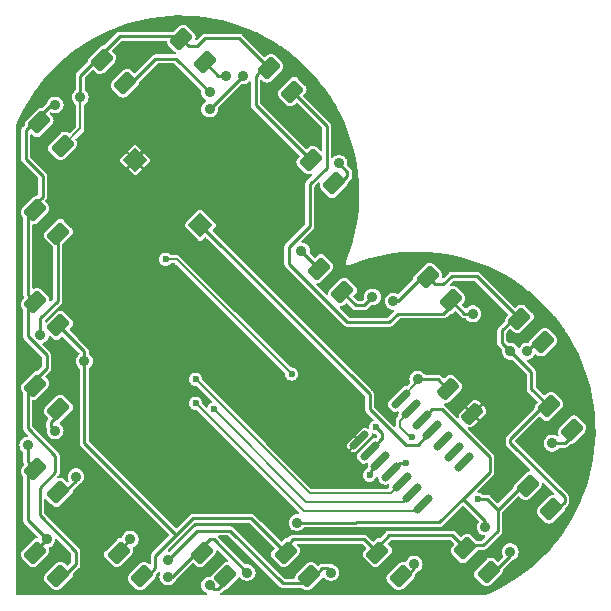
<source format=gbl>
%TF.GenerationSoftware,KiCad,Pcbnew,8.0.4*%
%TF.CreationDate,2024-08-07T01:10:06-04:00*%
%TF.ProjectId,heart-sao,68656172-742d-4736-916f-2e6b69636164,rev?*%
%TF.SameCoordinates,Original*%
%TF.FileFunction,Copper,L2,Bot*%
%TF.FilePolarity,Positive*%
%FSLAX46Y46*%
G04 Gerber Fmt 4.6, Leading zero omitted, Abs format (unit mm)*
G04 Created by KiCad (PCBNEW 8.0.4) date 2024-08-07 01:10:06*
%MOMM*%
%LPD*%
G01*
G04 APERTURE LIST*
G04 Aperture macros list*
%AMRoundRect*
0 Rectangle with rounded corners*
0 $1 Rounding radius*
0 $2 $3 $4 $5 $6 $7 $8 $9 X,Y pos of 4 corners*
0 Add a 4 corners polygon primitive as box body*
4,1,4,$2,$3,$4,$5,$6,$7,$8,$9,$2,$3,0*
0 Add four circle primitives for the rounded corners*
1,1,$1+$1,$2,$3*
1,1,$1+$1,$4,$5*
1,1,$1+$1,$6,$7*
1,1,$1+$1,$8,$9*
0 Add four rect primitives between the rounded corners*
20,1,$1+$1,$2,$3,$4,$5,0*
20,1,$1+$1,$4,$5,$6,$7,0*
20,1,$1+$1,$6,$7,$8,$9,0*
20,1,$1+$1,$8,$9,$2,$3,0*%
%AMRotRect*
0 Rectangle, with rotation*
0 The origin of the aperture is its center*
0 $1 length*
0 $2 width*
0 $3 Rotation angle, in degrees counterclockwise*
0 Add horizontal line*
21,1,$1,$2,0,0,$3*%
G04 Aperture macros list end*
%TA.AperFunction,SMDPad,CuDef*%
%ADD10RoundRect,0.250000X-0.707107X-0.176777X-0.176777X-0.707107X0.707107X0.176777X0.176777X0.707107X0*%
%TD*%
%TA.AperFunction,SMDPad,CuDef*%
%ADD11RoundRect,0.250000X-0.689429X-0.229810X-0.229810X-0.689429X0.689429X0.229810X0.229810X0.689429X0*%
%TD*%
%TA.AperFunction,SMDPad,CuDef*%
%ADD12RotRect,1.500000X1.500000X315.000000*%
%TD*%
%TA.AperFunction,SMDPad,CuDef*%
%ADD13RoundRect,0.150000X0.477297X0.689429X-0.689429X-0.477297X-0.477297X-0.689429X0.689429X0.477297X0*%
%TD*%
%TA.AperFunction,ViaPad*%
%ADD14C,0.906400*%
%TD*%
%TA.AperFunction,ViaPad*%
%ADD15C,0.600000*%
%TD*%
%TA.AperFunction,Conductor*%
%ADD16C,0.200000*%
%TD*%
%TA.AperFunction,Conductor*%
%ADD17C,0.254000*%
%TD*%
G04 APERTURE END LIST*
D10*
%TO.P,D9,1,K*%
%TO.N,/CHARLIEPLEX2*%
X139731643Y-125935310D03*
%TO.P,D9,2,A*%
%TO.N,/CHARLIEPLEX0*%
X141711541Y-127915208D03*
%TD*%
%TO.P,D2,1,K*%
%TO.N,/CHARLIEPLEX0*%
X158823543Y-102600810D03*
%TO.P,D2,2,A*%
%TO.N,/CHARLIEPLEX2*%
X160803441Y-104580708D03*
%TD*%
%TO.P,D6,1,K*%
%TO.N,/CHARLIEPLEX1*%
X162005543Y-125581810D03*
%TO.P,D6,2,A*%
%TO.N,/CHARLIEPLEX2*%
X163985441Y-127561708D03*
%TD*%
%TO.P,D17,1,K*%
%TO.N,/CHARLIEPLEX4*%
X131246343Y-84216010D03*
%TO.P,D17,2,A*%
%TO.N,/CHARLIEPLEX0*%
X133226241Y-86195908D03*
%TD*%
D11*
%TO.P,C1,1*%
%TO.N,+3.3V*%
X160538309Y-112093676D03*
%TO.P,C1,2*%
%TO.N,GND*%
X162624275Y-114179642D03*
%TD*%
D10*
%TO.P,D20,1,K*%
%TO.N,/CHARLIEPLEX4*%
X148924043Y-92701310D03*
%TO.P,D20,2,A*%
%TO.N,/CHARLIEPLEX3*%
X150903941Y-94681208D03*
%TD*%
%TO.P,D5,1,K*%
%TO.N,/CHARLIEPLEX1*%
X167308843Y-120278510D03*
%TO.P,D5,2,A*%
%TO.N,/CHARLIEPLEX0*%
X169288741Y-122258408D03*
%TD*%
%TO.P,D19,1,K*%
%TO.N,/CHARLIEPLEX4*%
X145388543Y-84923110D03*
%TO.P,D19,2,A*%
%TO.N,/CHARLIEPLEX2*%
X147368441Y-86903008D03*
%TD*%
D12*
%TO.P,SW1,1,1*%
%TO.N,GND*%
X134074776Y-92701343D03*
%TO.P,SW1,2,2*%
%TO.N,/BUTTON*%
X139590208Y-98216775D03*
%TD*%
D10*
%TO.P,D8,1,K*%
%TO.N,/CHARLIEPLEX1*%
X146802743Y-125935310D03*
%TO.P,D8,2,A*%
%TO.N,/CHARLIEPLEX4*%
X148782641Y-127915208D03*
%TD*%
%TO.P,D13,1,K*%
%TO.N,/CHARLIEPLEX3*%
X125589543Y-111793210D03*
%TO.P,D13,2,A*%
%TO.N,/CHARLIEPLEX0*%
X127569441Y-113773108D03*
%TD*%
%TO.P,D1,1,K*%
%TO.N,/CHARLIEPLEX0*%
X149631143Y-101893710D03*
%TO.P,D1,2,A*%
%TO.N,/CHARLIEPLEX1*%
X151611041Y-103873608D03*
%TD*%
%TO.P,D14,1,K*%
%TO.N,/CHARLIEPLEX3*%
X125589543Y-104722110D03*
%TO.P,D14,2,A*%
%TO.N,/CHARLIEPLEX1*%
X127569441Y-106702008D03*
%TD*%
%TO.P,D7,1,K*%
%TO.N,/CHARLIEPLEX1*%
X154580943Y-125935310D03*
%TO.P,D7,2,A*%
%TO.N,/CHARLIEPLEX3*%
X156560841Y-127915208D03*
%TD*%
%TO.P,D3,1,K*%
%TO.N,/CHARLIEPLEX0*%
X166601743Y-106136310D03*
%TO.P,D3,2,A*%
%TO.N,/CHARLIEPLEX3*%
X168581641Y-108116208D03*
%TD*%
%TO.P,D16,1,K*%
%TO.N,/CHARLIEPLEX3*%
X125943043Y-89519310D03*
%TO.P,D16,2,A*%
%TO.N,/CHARLIEPLEX4*%
X127922941Y-91499208D03*
%TD*%
%TO.P,D18,1,K*%
%TO.N,/CHARLIEPLEX4*%
X137963843Y-82448310D03*
%TO.P,D18,2,A*%
%TO.N,/CHARLIEPLEX1*%
X139943741Y-84428208D03*
%TD*%
%TO.P,D11,1,K*%
%TO.N,/CHARLIEPLEX2*%
X125589543Y-125935310D03*
%TO.P,D11,2,A*%
%TO.N,/CHARLIEPLEX3*%
X127569441Y-127915208D03*
%TD*%
%TO.P,D10,1,K*%
%TO.N,/CHARLIEPLEX2*%
X132660543Y-125935310D03*
%TO.P,D10,2,A*%
%TO.N,/CHARLIEPLEX1*%
X134640441Y-127915208D03*
%TD*%
%TO.P,D4,1,K*%
%TO.N,/CHARLIEPLEX0*%
X169076543Y-113561010D03*
%TO.P,D4,2,A*%
%TO.N,/CHARLIEPLEX4*%
X171056441Y-115540908D03*
%TD*%
D13*
%TO.P,U1,1,VCC*%
%TO.N,+3.3V*%
X156536012Y-112903834D03*
%TO.P,U1,2,PA4*%
%TO.N,/CHARLIEPLEX1*%
X157434038Y-113801859D03*
%TO.P,U1,3,PA5*%
%TO.N,/CHARLIEPLEX2*%
X158332064Y-114699885D03*
%TO.P,U1,4,PA6*%
%TO.N,/BUTTON*%
X159230089Y-115597911D03*
%TO.P,U1,5,PA7*%
%TO.N,unconnected-(U1-PA7-Pad5)*%
X160128115Y-116495936D03*
%TO.P,U1,6,PB3*%
%TO.N,unconnected-(U1-PB3-Pad6)*%
X161026141Y-117393962D03*
%TO.P,U1,7,PB2*%
%TO.N,unconnected-(U1-PB2-Pad7)*%
X161924166Y-118291988D03*
%TO.P,U1,8,PB1*%
%TO.N,/SDA*%
X158423988Y-121792166D03*
%TO.P,U1,9,PB0*%
%TO.N,/SCL*%
X157525962Y-120894141D03*
%TO.P,U1,10,~{RESET}/PA0*%
%TO.N,/UPDI*%
X156627936Y-119996115D03*
%TO.P,U1,11,PA1*%
%TO.N,/CHARLIEPLEX4*%
X155729911Y-119098089D03*
%TO.P,U1,12,PA2*%
%TO.N,/CHARLIEPLEX3*%
X154831885Y-118200064D03*
%TO.P,U1,13,PA3*%
%TO.N,/CHARLIEPLEX0*%
X153933859Y-117302038D03*
%TO.P,U1,14,GND*%
%TO.N,GND*%
X153035834Y-116404012D03*
%TD*%
D10*
%TO.P,D15,1,K*%
%TO.N,/CHARLIEPLEX3*%
X125589543Y-96943910D03*
%TO.P,D15,2,A*%
%TO.N,/CHARLIEPLEX2*%
X127569441Y-98923808D03*
%TD*%
%TO.P,D12,1,K*%
%TO.N,/CHARLIEPLEX2*%
X125589543Y-118864310D03*
%TO.P,D12,2,A*%
%TO.N,/CHARLIEPLEX4*%
X127569441Y-120844208D03*
%TD*%
D14*
%TO.N,GND*%
X140208000Y-119888000D03*
D15*
X134112000Y-90424000D03*
X135128000Y-91440000D03*
D14*
X141268700Y-118827400D03*
%TO.N,/CHARLIEPLEX0*%
X127286592Y-115611559D03*
D15*
X154432000Y-115316000D03*
D14*
X165823892Y-108894059D03*
X140368092Y-128693059D03*
X155924392Y-104651459D03*
X140368092Y-86973759D03*
X148146192Y-100408759D03*
%TO.N,/CHARLIEPLEX1*%
X141782292Y-85559559D03*
D15*
X163068000Y-121412000D03*
D14*
X129761492Y-109728000D03*
X154156592Y-104297859D03*
D15*
X157480000Y-116159500D03*
D14*
%TO.N,/CHARLIEPLEX2*%
X126039628Y-107528764D03*
X126579492Y-124803959D03*
X136832492Y-127985959D03*
X163702592Y-123743259D03*
X133650492Y-124803959D03*
X165823892Y-125864659D03*
X143549992Y-127632359D03*
X147783207Y-123399207D03*
X124968000Y-116840000D03*
X162641892Y-105712059D03*
%TO.N,/CHARLIEPLEX3*%
X143196492Y-85559559D03*
X151328192Y-92984159D03*
X167238092Y-108894059D03*
X127286592Y-88034359D03*
X140368092Y-88387959D03*
X157692192Y-126925259D03*
D15*
X153924000Y-119380000D03*
D14*
%TO.N,/CHARLIEPLEX4*%
X169359392Y-116672259D03*
X150621092Y-127632359D03*
X129407892Y-87376000D03*
X136832492Y-126571759D03*
X129054392Y-119500659D03*
D15*
X156972000Y-118364000D03*
%TO.N,+3.3V*%
X147320000Y-110824659D03*
D14*
X157988000Y-111252000D03*
D15*
X136652000Y-101092000D03*
%TO.N,/SDA*%
X139192000Y-113284000D03*
%TO.N,/UPDI*%
X139192000Y-111252000D03*
%TO.N,/SCL*%
X140716000Y-113792000D03*
%TD*%
D16*
%TO.N,GND*%
X135128000Y-91440000D02*
X134112000Y-90424000D01*
X134074776Y-92493224D02*
X135128000Y-91440000D01*
X134074776Y-92701343D02*
X134074776Y-92493224D01*
D17*
%TO.N,/CHARLIEPLEX0*%
X148146192Y-100408759D02*
X149383657Y-101646225D01*
X159459892Y-103237159D02*
X158576057Y-102353325D01*
X154903897Y-116332000D02*
X153933859Y-117302038D01*
X135771892Y-84145359D02*
X133473729Y-86443397D01*
X167591692Y-112076059D02*
X168829057Y-113313525D01*
X165823892Y-116318659D02*
X165823892Y-116672259D01*
X160166992Y-103237159D02*
X159459892Y-103237159D01*
X166354257Y-105888825D02*
X162995492Y-102530059D01*
X160874192Y-102530059D02*
X160166992Y-103237159D01*
X165823892Y-108894059D02*
X167591692Y-110661859D01*
X158576057Y-102353325D02*
X156277992Y-104651459D01*
X154940000Y-116332000D02*
X154903897Y-116332000D01*
X140368092Y-128693059D02*
X140721592Y-129046559D01*
X162995492Y-102530059D02*
X160874192Y-102530059D01*
X165116792Y-108186959D02*
X165116792Y-107126259D01*
X140368092Y-86973759D02*
X137539592Y-84145359D01*
X165823892Y-108894059D02*
X165116792Y-108186959D01*
X154940000Y-115824000D02*
X154940000Y-116332000D01*
X156277992Y-104651459D02*
X155924392Y-104651459D01*
X127286592Y-115611559D02*
X126932992Y-115258059D01*
X154432000Y-115316000D02*
X154940000Y-115824000D01*
X170420092Y-121621959D02*
X169536229Y-122505897D01*
X126932992Y-115258059D02*
X126932992Y-114904459D01*
X141075192Y-129046559D02*
X141959029Y-128162697D01*
X167591692Y-110661859D02*
X167591692Y-112076059D01*
X165116792Y-107126259D02*
X166354257Y-105888825D01*
X126932992Y-114904459D02*
X127816929Y-114020597D01*
X165823892Y-116672259D02*
X170420092Y-121268459D01*
X168829057Y-113313525D02*
X165823892Y-116318659D01*
X140721592Y-129046559D02*
X141075192Y-129046559D01*
X137539592Y-84145359D02*
X135771892Y-84145359D01*
X170420092Y-121268459D02*
X170420092Y-121621959D01*
%TO.N,/CHARLIEPLEX1*%
X160874192Y-124450359D02*
X161758057Y-125334325D01*
X153449492Y-124803959D02*
X154333457Y-125687825D01*
X137539592Y-124450359D02*
X138953792Y-123036159D01*
X154156592Y-104297859D02*
X153449492Y-105004959D01*
D16*
X156464000Y-115316000D02*
X156972000Y-115824000D01*
D17*
X147439092Y-124803959D02*
X153449492Y-124803959D01*
X152742392Y-105004959D02*
X151858529Y-104121097D01*
X135771892Y-126218159D02*
X137539592Y-124450359D01*
X138953792Y-123036159D02*
X143903592Y-123036159D01*
D16*
X156972000Y-115824000D02*
X157307500Y-116159500D01*
D17*
X154333457Y-125687825D02*
X155570892Y-124450359D01*
X143903592Y-123036159D02*
X146555257Y-125687825D01*
X155570892Y-124450359D02*
X160874192Y-124450359D01*
X129761492Y-109728000D02*
X129761492Y-108894060D01*
X146555257Y-125687825D02*
X147439092Y-124803959D01*
X153449492Y-105004959D02*
X152742392Y-105004959D01*
X129761492Y-116672259D02*
X137539592Y-124450359D01*
X135771892Y-127278859D02*
X135771892Y-126218159D01*
X164763192Y-122329059D02*
X163846133Y-121412000D01*
X141782292Y-85559559D02*
X141075192Y-85559559D01*
X164763192Y-122329059D02*
X167061357Y-120031025D01*
X163846133Y-121412000D02*
X163068000Y-121412000D01*
D16*
X157434038Y-113801859D02*
X156464000Y-114771897D01*
D17*
X129761492Y-108894060D02*
X127816929Y-106949497D01*
X134887929Y-128162697D02*
X135771892Y-127278859D01*
D16*
X156464000Y-114771897D02*
X156464000Y-115316000D01*
X157307500Y-116159500D02*
X157480000Y-116159500D01*
D17*
X141075192Y-85559559D02*
X140191229Y-84675697D01*
X163525792Y-125334259D02*
X164763192Y-124096859D01*
X164763192Y-124096859D02*
X164763192Y-122329059D01*
X129761492Y-109728000D02*
X129761492Y-116672259D01*
X161758057Y-125334325D02*
X163525792Y-125334259D01*
%TO.N,/CHARLIEPLEX2*%
X164084000Y-117856000D02*
X160020000Y-113792000D01*
X132766692Y-125687859D02*
X132413057Y-125687825D01*
X124968000Y-116840000D02*
X124968000Y-118242768D01*
X161839392Y-121363859D02*
X164084000Y-119119251D01*
X133650492Y-124803959D02*
X132766692Y-125687859D01*
X152742492Y-123389759D02*
X159813492Y-123389759D01*
X148853292Y-98287459D02*
X148853292Y-94751959D01*
X161050929Y-104828197D02*
X160166992Y-105712059D01*
X159813492Y-123389759D02*
X161839392Y-121363859D01*
X165823892Y-125864659D02*
X165823892Y-126218159D01*
X127352816Y-99171297D02*
X127816929Y-99171297D01*
X150267592Y-89802159D02*
X147615929Y-87150497D01*
X155570892Y-106419159D02*
X152035292Y-106419159D01*
X139484157Y-125687825D02*
X140368092Y-124803959D01*
X163702592Y-123227159D02*
X163702592Y-123743259D01*
X124968000Y-123192467D02*
X126579492Y-124803959D01*
X161934792Y-105712059D02*
X161050929Y-104828197D01*
X147783207Y-123399207D02*
X152733044Y-123399207D01*
X140721592Y-124803959D02*
X143549992Y-127632359D01*
X165823892Y-126218159D02*
X164232929Y-127809197D01*
X127508000Y-99326481D02*
X127352816Y-99171297D01*
X160020000Y-113792000D02*
X159239949Y-113792000D01*
X124968000Y-118990882D02*
X124968000Y-123192467D01*
X156277992Y-105712059D02*
X155570892Y-106419159D01*
X127508000Y-104648000D02*
X127508000Y-99326481D01*
X125342057Y-118616825D02*
X124968000Y-118990882D01*
X126039628Y-106116372D02*
X127508000Y-104648000D01*
X162641892Y-105712059D02*
X161934792Y-105712059D01*
X161839392Y-121363859D02*
X163702592Y-123227159D01*
X159239949Y-113792000D02*
X158332064Y-114699885D01*
X136832492Y-127985959D02*
X137186092Y-127985959D01*
X137186092Y-127985959D02*
X139484157Y-125687825D01*
X125342057Y-125687825D02*
X125695592Y-125687859D01*
X147085592Y-101469459D02*
X147085592Y-100055259D01*
X150267592Y-93337759D02*
X150267592Y-89802159D01*
X147085592Y-100055259D02*
X148853292Y-98287459D01*
X140368092Y-124803959D02*
X140721592Y-124803959D01*
X152733044Y-123399207D02*
X152742492Y-123389759D01*
X160166992Y-105712059D02*
X156277992Y-105712059D01*
X148853292Y-94751959D02*
X150267592Y-93337759D01*
X125695592Y-125687859D02*
X126579492Y-124803959D01*
X164084000Y-119119251D02*
X164084000Y-117856000D01*
X126039628Y-107528764D02*
X126039628Y-106116372D01*
X124968000Y-118242768D02*
X125342057Y-118616825D01*
X152035292Y-106419159D02*
X147085592Y-101469459D01*
%TO.N,/CHARLIEPLEX3*%
X124968000Y-111919782D02*
X125342057Y-111545725D01*
X153924000Y-119380000D02*
X153924000Y-119107949D01*
X125695557Y-89271825D02*
X126932992Y-88034359D01*
X124968000Y-97070482D02*
X125342057Y-96696425D01*
X157692192Y-127278859D02*
X156808329Y-128162697D01*
X157692192Y-126925259D02*
X157692192Y-127278859D01*
X125984000Y-120449651D02*
X127286592Y-119147059D01*
X124811692Y-90155759D02*
X125695557Y-89271825D01*
X124968000Y-115414267D02*
X124968000Y-111919782D01*
X124968000Y-104100567D02*
X124968000Y-97070482D01*
X125342057Y-96696425D02*
X126225892Y-95812559D01*
X143196492Y-85559559D02*
X140368092Y-88387959D01*
X124968000Y-107636167D02*
X124968000Y-104848682D01*
X126932992Y-88034359D02*
X127286592Y-88034359D01*
X151328192Y-92984159D02*
X152035292Y-93691259D01*
X168298792Y-107833359D02*
X168829129Y-108363697D01*
X125589543Y-104722110D02*
X124968000Y-104100567D01*
X152035292Y-93691259D02*
X152035292Y-94044859D01*
X129054392Y-126925259D02*
X129054392Y-125864659D01*
X127286592Y-117732859D02*
X124968000Y-115414267D01*
X125342057Y-111545725D02*
X126579492Y-110308259D01*
X127286592Y-119147059D02*
X127286592Y-117732859D01*
X167238092Y-108894059D02*
X168298792Y-107833359D01*
X126579492Y-110308259D02*
X126579492Y-109247659D01*
X152035292Y-94044859D02*
X151151429Y-94928697D01*
X126579492Y-109247659D02*
X124968000Y-107636167D01*
X124811692Y-92630559D02*
X124811692Y-90155759D01*
X127816929Y-128162697D02*
X129054392Y-126925259D01*
X125094572Y-104722110D02*
X125589543Y-104722110D01*
X126225892Y-94044859D02*
X124811692Y-92630559D01*
X125984000Y-122794267D02*
X125984000Y-120449651D01*
X129054392Y-125864659D02*
X125984000Y-122794267D01*
X126225892Y-95812559D02*
X126225892Y-94044859D01*
X124968000Y-104848682D02*
X125094572Y-104722110D01*
X153924000Y-119107949D02*
X154831885Y-118200064D01*
%TO.N,/CHARLIEPLEX4*%
X130998857Y-83968525D02*
X132766692Y-82200759D01*
X149030129Y-128162697D02*
X149913992Y-127278859D01*
X127816929Y-121091697D02*
X129054392Y-119854259D01*
X156972000Y-118364000D02*
X156464000Y-118364000D01*
X144257092Y-85559559D02*
X144257092Y-88034359D01*
X142135792Y-124096859D02*
X146562933Y-128524000D01*
X140014492Y-82377559D02*
X142842892Y-82377559D01*
X137716357Y-82200825D02*
X138600292Y-83084659D01*
X129407892Y-87376000D02*
X129407892Y-85559559D01*
X132766692Y-82200759D02*
X137716357Y-82200825D01*
X146562933Y-128524000D02*
X148668826Y-128524000D01*
X144257092Y-88034359D02*
X148676557Y-92453825D01*
D16*
X129407892Y-90014257D02*
X129407892Y-87376000D01*
D17*
X169359392Y-116672259D02*
X170420092Y-116672259D01*
X136832492Y-126571759D02*
X139307392Y-124096859D01*
X139307392Y-83084659D02*
X140014492Y-82377559D01*
X129407892Y-85559559D02*
X130998857Y-83968525D01*
X170420092Y-116672259D02*
X171303929Y-115788397D01*
X149913992Y-127278859D02*
X150267592Y-127278859D01*
X145141057Y-84675625D02*
X144257092Y-85559559D01*
X148668826Y-128524000D02*
X149030129Y-128162697D01*
X142842892Y-82377559D02*
X145141057Y-84675625D01*
X129054392Y-119854259D02*
X129054392Y-119500659D01*
X139307392Y-124096859D02*
X142135792Y-124096859D01*
X138600292Y-83084659D02*
X139307392Y-83084659D01*
D16*
X127922941Y-91499208D02*
X129407892Y-90014257D01*
D17*
X150267592Y-127278859D02*
X150621092Y-127632359D01*
X156464000Y-118364000D02*
X155729911Y-119098089D01*
%TO.N,/BUTTON*%
X153924000Y-113792000D02*
X156972000Y-116840000D01*
X156972000Y-116840000D02*
X157988000Y-116840000D01*
X153924000Y-112550568D02*
X153924000Y-113792000D01*
X157988000Y-116840000D02*
X159230089Y-115597911D01*
X139590210Y-98216778D02*
X153924000Y-112550568D01*
%TO.N,+3.3V*%
X157988000Y-111252000D02*
X159696632Y-111252000D01*
D16*
X157988000Y-111451846D02*
X157988000Y-111252000D01*
D17*
X159696632Y-111252000D02*
X160591345Y-112146713D01*
D16*
X147320000Y-110824659D02*
X137587341Y-101092000D01*
X137587341Y-101092000D02*
X136652000Y-101092000D01*
X156536012Y-112903834D02*
X157988000Y-111451846D01*
%TO.N,/SDA*%
X148336000Y-122428000D02*
X139192000Y-113284000D01*
X157788154Y-122428000D02*
X148336000Y-122428000D01*
X158423988Y-121792166D02*
X157788154Y-122428000D01*
%TO.N,/UPDI*%
X155720051Y-120904000D02*
X154432000Y-120904000D01*
X148844000Y-120904000D02*
X139192000Y-111252000D01*
X154432000Y-120904000D02*
X148844000Y-120904000D01*
X156627936Y-119996115D02*
X155720051Y-120904000D01*
%TO.N,/SCL*%
X148557570Y-121633570D02*
X140716000Y-113792000D01*
X156786533Y-121633570D02*
X148557570Y-121633570D01*
X157525962Y-120894141D02*
X156786533Y-121633570D01*
%TD*%
%TA.AperFunction,Conductor*%
%TO.N,GND*%
G36*
X138455693Y-80466585D02*
G01*
X138460727Y-80466761D01*
X139220432Y-80512805D01*
X139225461Y-80513237D01*
X139981844Y-80597699D01*
X139986866Y-80598389D01*
X140737977Y-80721047D01*
X140742977Y-80721995D01*
X141486896Y-80882537D01*
X141491835Y-80883735D01*
X141679822Y-80934392D01*
X142226663Y-81081749D01*
X142231551Y-81083199D01*
X142955424Y-81318184D01*
X142960197Y-81319868D01*
X143671281Y-81591229D01*
X143675947Y-81593148D01*
X144247805Y-81845260D01*
X144372317Y-81900153D01*
X144376927Y-81902326D01*
X145056883Y-82244222D01*
X145061342Y-82246608D01*
X145723100Y-82622500D01*
X145727460Y-82625125D01*
X145952799Y-82768686D01*
X146369298Y-83034033D01*
X146373526Y-83036879D01*
X146993857Y-83477789D01*
X146997905Y-83480822D01*
X147522425Y-83895171D01*
X147595119Y-83952596D01*
X147599032Y-83955852D01*
X148133275Y-84423719D01*
X148171559Y-84457246D01*
X148175301Y-84460695D01*
X148721721Y-84990466D01*
X148725270Y-84994087D01*
X149167616Y-85468726D01*
X149244123Y-85550818D01*
X149247498Y-85554628D01*
X149375599Y-85706861D01*
X149737512Y-86136953D01*
X149740694Y-86140935D01*
X150200571Y-86747317D01*
X150203547Y-86751455D01*
X150632113Y-87380338D01*
X150634876Y-87384621D01*
X150829023Y-87703058D01*
X151031010Y-88034355D01*
X151031054Y-88034426D01*
X151033592Y-88038837D01*
X151253032Y-88443553D01*
X151396345Y-88707868D01*
X151398660Y-88712409D01*
X151727056Y-89398946D01*
X151729138Y-89403598D01*
X152022341Y-90105887D01*
X152024185Y-90110639D01*
X152281441Y-90826876D01*
X152283042Y-90831715D01*
X152503691Y-91560064D01*
X152505045Y-91564978D01*
X152688521Y-92303576D01*
X152689624Y-92308552D01*
X152835458Y-93055501D01*
X152836307Y-93060527D01*
X152944116Y-93813877D01*
X152944710Y-93818939D01*
X153014225Y-94576795D01*
X153014562Y-94581881D01*
X153045603Y-95342286D01*
X153045682Y-95347382D01*
X153038170Y-96108380D01*
X153037991Y-96113474D01*
X152991942Y-96873143D01*
X152991504Y-96878221D01*
X152907043Y-97634525D01*
X152906350Y-97639575D01*
X152783683Y-98390687D01*
X152782734Y-98395695D01*
X152622186Y-99139601D01*
X152620985Y-99144554D01*
X152422961Y-99879392D01*
X152421510Y-99884278D01*
X152186529Y-100608115D01*
X152184833Y-100612922D01*
X151913126Y-101324887D01*
X151911973Y-101327775D01*
X151897398Y-101362685D01*
X151897396Y-101362699D01*
X151897276Y-101363303D01*
X151897179Y-101363781D01*
X151897288Y-101403123D01*
X151897288Y-101403679D01*
X151897177Y-101443715D01*
X151897280Y-101444234D01*
X151897394Y-101444820D01*
X151912540Y-101481100D01*
X151912754Y-101481615D01*
X151927984Y-101518675D01*
X151928010Y-101518713D01*
X151928372Y-101519255D01*
X151928608Y-101519610D01*
X151928625Y-101519627D01*
X151928626Y-101519628D01*
X151950692Y-101541571D01*
X151956483Y-101547329D01*
X151956861Y-101547707D01*
X151985120Y-101576125D01*
X151985122Y-101576126D01*
X151985367Y-101576290D01*
X151986066Y-101576760D01*
X151986088Y-101576769D01*
X152022586Y-101591767D01*
X152022842Y-101591873D01*
X152059901Y-101607346D01*
X152059903Y-101607346D01*
X152059908Y-101607348D01*
X152060114Y-101607389D01*
X152060568Y-101607480D01*
X152061024Y-101607571D01*
X152061040Y-101607570D01*
X152061043Y-101607572D01*
X152100811Y-101607460D01*
X152140938Y-101607573D01*
X152140940Y-101607571D01*
X152140942Y-101607572D01*
X152141036Y-101607554D01*
X152141480Y-101607466D01*
X152142064Y-101607351D01*
X152142078Y-101607345D01*
X152142079Y-101607345D01*
X152177088Y-101592728D01*
X152179830Y-101591632D01*
X152891855Y-101319907D01*
X152896582Y-101318239D01*
X153620500Y-101083237D01*
X153625364Y-101081794D01*
X154360203Y-100883773D01*
X154365124Y-100882580D01*
X155109056Y-100722032D01*
X155114043Y-100721087D01*
X155865169Y-100598422D01*
X155870163Y-100597735D01*
X156626556Y-100513269D01*
X156631595Y-100512835D01*
X157391292Y-100466788D01*
X157396323Y-100466612D01*
X158157354Y-100459103D01*
X158162441Y-100459181D01*
X158922855Y-100490227D01*
X158927931Y-100490563D01*
X159685817Y-100560084D01*
X159690817Y-100560671D01*
X160444214Y-100668491D01*
X160449212Y-100669335D01*
X161196169Y-100815173D01*
X161201137Y-100816274D01*
X161939755Y-100999759D01*
X161944639Y-101001104D01*
X162673013Y-101221764D01*
X162677836Y-101223360D01*
X162946692Y-101319928D01*
X163394073Y-101480618D01*
X163398825Y-101482462D01*
X164101111Y-101775667D01*
X164105763Y-101777749D01*
X164278824Y-101860531D01*
X164792309Y-102106152D01*
X164796825Y-102108455D01*
X165465896Y-102471231D01*
X165470268Y-102473747D01*
X166120076Y-102869929D01*
X166124335Y-102872675D01*
X166753241Y-103301260D01*
X166757378Y-103304235D01*
X166961482Y-103459028D01*
X167363757Y-103764113D01*
X167367739Y-103767295D01*
X167427527Y-103817605D01*
X167938788Y-104247821D01*
X167950057Y-104257303D01*
X167953864Y-104260675D01*
X168176813Y-104468456D01*
X168510591Y-104779526D01*
X168514231Y-104783094D01*
X168837431Y-105116452D01*
X169032864Y-105318028D01*
X169043985Y-105329498D01*
X169047435Y-105333242D01*
X169482336Y-105829843D01*
X169548826Y-105905766D01*
X169552085Y-105909683D01*
X169575169Y-105938905D01*
X170023845Y-106506882D01*
X170026902Y-106510961D01*
X170214330Y-106774659D01*
X170467799Y-107131273D01*
X170470628Y-107135475D01*
X170687601Y-107476045D01*
X170879556Y-107777347D01*
X170882184Y-107781713D01*
X171258057Y-108443437D01*
X171260462Y-108447932D01*
X171602347Y-109127867D01*
X171604520Y-109132477D01*
X171835627Y-109656688D01*
X171867065Y-109728000D01*
X171911514Y-109828821D01*
X171913452Y-109833535D01*
X172184798Y-110544576D01*
X172186494Y-110549383D01*
X172421472Y-111273238D01*
X172422922Y-111278124D01*
X172620934Y-112012943D01*
X172622135Y-112017896D01*
X172782675Y-112761801D01*
X172783624Y-112766809D01*
X172906281Y-113517900D01*
X172906975Y-113522950D01*
X172991433Y-114279291D01*
X172991870Y-114284369D01*
X173037911Y-115044017D01*
X173038090Y-115049111D01*
X173045595Y-115810107D01*
X173045516Y-115815203D01*
X173014468Y-116575606D01*
X173014131Y-116580692D01*
X172944610Y-117338545D01*
X172944016Y-117343607D01*
X172836201Y-118096953D01*
X172835352Y-118101979D01*
X172689513Y-118848925D01*
X172688410Y-118853901D01*
X172504929Y-119592494D01*
X172503575Y-119597408D01*
X172282921Y-120325754D01*
X172281320Y-120330593D01*
X172024061Y-121046826D01*
X172022217Y-121051578D01*
X171729010Y-121753863D01*
X171726928Y-121758515D01*
X171398519Y-122445062D01*
X171396203Y-122449603D01*
X171033455Y-123118615D01*
X171030913Y-123123032D01*
X170634746Y-123772812D01*
X170631984Y-123777096D01*
X170203397Y-124406002D01*
X170200420Y-124410139D01*
X169740560Y-125016490D01*
X169737379Y-125020472D01*
X169247367Y-125602789D01*
X169243987Y-125606605D01*
X168725123Y-126163343D01*
X168721555Y-126166982D01*
X168175160Y-126696723D01*
X168171412Y-126700177D01*
X167598880Y-127201570D01*
X167594961Y-127204830D01*
X166997780Y-127676572D01*
X166993702Y-127679629D01*
X166373391Y-128120522D01*
X166369163Y-128123369D01*
X165727309Y-128532282D01*
X165722942Y-128534911D01*
X165061204Y-128910788D01*
X165056710Y-128913192D01*
X164376797Y-129255064D01*
X164372187Y-129257237D01*
X163727599Y-129541410D01*
X163687017Y-129549959D01*
X141341723Y-129549959D01*
X141282592Y-129530746D01*
X141246047Y-129480446D01*
X141246047Y-129418272D01*
X141282592Y-129367972D01*
X141291424Y-129362237D01*
X141309433Y-129351839D01*
X141309438Y-129351836D01*
X141309439Y-129351835D01*
X141380468Y-129280806D01*
X141380468Y-129280804D01*
X141387683Y-129273590D01*
X141387693Y-129273576D01*
X141504667Y-129156600D01*
X141560061Y-129128375D01*
X141561321Y-129128184D01*
X141678360Y-129111356D01*
X141810322Y-129051092D01*
X141857378Y-129013172D01*
X142809503Y-128061045D01*
X142819989Y-128048032D01*
X142872051Y-128014045D01*
X142934148Y-128017149D01*
X142981113Y-128054005D01*
X143016380Y-128105098D01*
X143016381Y-128105099D01*
X143016382Y-128105100D01*
X143016383Y-128105101D01*
X143112392Y-128190157D01*
X143145020Y-128219063D01*
X143297191Y-128298928D01*
X143297192Y-128298928D01*
X143297195Y-128298930D01*
X143464062Y-128340059D01*
X143464066Y-128340059D01*
X143635918Y-128340059D01*
X143635922Y-128340059D01*
X143802789Y-128298930D01*
X143954964Y-128219063D01*
X144083604Y-128105098D01*
X144181232Y-127963659D01*
X144242174Y-127802967D01*
X144257150Y-127679629D01*
X144262890Y-127632362D01*
X144262890Y-127632355D01*
X144242317Y-127462927D01*
X144242174Y-127461751D01*
X144181232Y-127301059D01*
X144177599Y-127295796D01*
X144083604Y-127159620D01*
X144083600Y-127159616D01*
X143954963Y-127045654D01*
X143802791Y-126965789D01*
X143802793Y-126965789D01*
X143635924Y-126924659D01*
X143635922Y-126924659D01*
X143464062Y-126924659D01*
X143453164Y-126927344D01*
X143391154Y-126922839D01*
X143357958Y-126900802D01*
X141107250Y-124650094D01*
X141079024Y-124594696D01*
X141088750Y-124533288D01*
X141132714Y-124489324D01*
X141178385Y-124478359D01*
X141936099Y-124478359D01*
X141995230Y-124497572D01*
X142007234Y-124507824D01*
X146328685Y-128829275D01*
X146328684Y-128829275D01*
X146388250Y-128863665D01*
X146415680Y-128879502D01*
X146415681Y-128879502D01*
X146415683Y-128879503D01*
X146512702Y-128905499D01*
X146512706Y-128905499D01*
X146512708Y-128905500D01*
X148133910Y-128905500D01*
X148193041Y-128924713D01*
X148205045Y-128934965D01*
X148283251Y-129013171D01*
X148283256Y-129013175D01*
X148330304Y-129051091D01*
X148330308Y-129051093D01*
X148462264Y-129111354D01*
X148462265Y-129111354D01*
X148462269Y-129111356D01*
X148605864Y-129132003D01*
X148749460Y-129111356D01*
X148881422Y-129051092D01*
X148928478Y-129013172D01*
X149880603Y-128061045D01*
X149891089Y-128048032D01*
X149943151Y-128014045D01*
X150005248Y-128017149D01*
X150052213Y-128054005D01*
X150087480Y-128105098D01*
X150087481Y-128105099D01*
X150087482Y-128105100D01*
X150087483Y-128105101D01*
X150183492Y-128190157D01*
X150216120Y-128219063D01*
X150368291Y-128298928D01*
X150368292Y-128298928D01*
X150368295Y-128298930D01*
X150535162Y-128340059D01*
X150535166Y-128340059D01*
X150707018Y-128340059D01*
X150707022Y-128340059D01*
X150873889Y-128298930D01*
X151026064Y-128219063D01*
X151154704Y-128105098D01*
X151163755Y-128091985D01*
X155344046Y-128091985D01*
X155364692Y-128235576D01*
X155364694Y-128235584D01*
X155424954Y-128367538D01*
X155424956Y-128367541D01*
X155424957Y-128367543D01*
X155462877Y-128414599D01*
X155462878Y-128414600D01*
X156061451Y-129013171D01*
X156061456Y-129013175D01*
X156108504Y-129051091D01*
X156108508Y-129051093D01*
X156240464Y-129111354D01*
X156240465Y-129111354D01*
X156240469Y-129111356D01*
X156384064Y-129132003D01*
X156527660Y-129111356D01*
X156659622Y-129051092D01*
X156706678Y-129013172D01*
X157658803Y-128061045D01*
X157696725Y-128013989D01*
X157756989Y-127882027D01*
X157773794Y-127765146D01*
X157786903Y-127738484D01*
X162768646Y-127738484D01*
X162789292Y-127882076D01*
X162789294Y-127882084D01*
X162849554Y-128014038D01*
X162849556Y-128014041D01*
X162849557Y-128014043D01*
X162887477Y-128061099D01*
X162887478Y-128061100D01*
X163486051Y-128659671D01*
X163486056Y-128659675D01*
X163533104Y-128697591D01*
X163533108Y-128697593D01*
X163665064Y-128757854D01*
X163665065Y-128757854D01*
X163665069Y-128757856D01*
X163808664Y-128778503D01*
X163952260Y-128757856D01*
X164084222Y-128697592D01*
X164131278Y-128659672D01*
X165083403Y-127707545D01*
X165121325Y-127660489D01*
X165181589Y-127528527D01*
X165198403Y-127411586D01*
X165225836Y-127355792D01*
X165226788Y-127354825D01*
X166021899Y-126559676D01*
X166068963Y-126533133D01*
X166076689Y-126531230D01*
X166228864Y-126451363D01*
X166357504Y-126337398D01*
X166455132Y-126195959D01*
X166516074Y-126035267D01*
X166529822Y-125922043D01*
X166536790Y-125864662D01*
X166536790Y-125864655D01*
X166517780Y-125708103D01*
X166516074Y-125694051D01*
X166455132Y-125533359D01*
X166428974Y-125495463D01*
X166357504Y-125391920D01*
X166357500Y-125391916D01*
X166228863Y-125277954D01*
X166076691Y-125198089D01*
X166076693Y-125198089D01*
X165909824Y-125156959D01*
X165909822Y-125156959D01*
X165737962Y-125156959D01*
X165737959Y-125156959D01*
X165571091Y-125198089D01*
X165418920Y-125277954D01*
X165290283Y-125391916D01*
X165290279Y-125391920D01*
X165192652Y-125533357D01*
X165192652Y-125533358D01*
X165166321Y-125602789D01*
X165132365Y-125692326D01*
X165131710Y-125694052D01*
X165131708Y-125694061D01*
X165110994Y-125864655D01*
X165110994Y-125864662D01*
X165131708Y-126035256D01*
X165131709Y-126035262D01*
X165131710Y-126035267D01*
X165181663Y-126166982D01*
X165192652Y-126195959D01*
X165195479Y-126201345D01*
X165193885Y-126202181D01*
X165209331Y-126253948D01*
X165188692Y-126312597D01*
X165179897Y-126322646D01*
X164832961Y-126669600D01*
X164777564Y-126697828D01*
X164716155Y-126688103D01*
X164690689Y-126669602D01*
X164484830Y-126463744D01*
X164484825Y-126463740D01*
X164437777Y-126425824D01*
X164437773Y-126425822D01*
X164305817Y-126365561D01*
X164305809Y-126365559D01*
X164198525Y-126350133D01*
X164162218Y-126344913D01*
X164162217Y-126344913D01*
X164018620Y-126365560D01*
X164018619Y-126365560D01*
X163886665Y-126425821D01*
X163886661Y-126425823D01*
X163839602Y-126463745D01*
X162887477Y-127415872D01*
X162887473Y-127415877D01*
X162849557Y-127462925D01*
X162849555Y-127462929D01*
X162789293Y-127594886D01*
X162789293Y-127594887D01*
X162768646Y-127738484D01*
X157786903Y-127738484D01*
X157801225Y-127709355D01*
X157802121Y-127708445D01*
X157890325Y-127620244D01*
X157937385Y-127593703D01*
X157944989Y-127591830D01*
X158097164Y-127511963D01*
X158225804Y-127397998D01*
X158323432Y-127256559D01*
X158384374Y-127095867D01*
X158405090Y-126925259D01*
X158405035Y-126924808D01*
X158387370Y-126779322D01*
X158384374Y-126754651D01*
X158323432Y-126593959D01*
X158319348Y-126588043D01*
X158225804Y-126452520D01*
X158225800Y-126452516D01*
X158097163Y-126338554D01*
X157944991Y-126258689D01*
X157944993Y-126258689D01*
X157778124Y-126217559D01*
X157778122Y-126217559D01*
X157606262Y-126217559D01*
X157606259Y-126217559D01*
X157439391Y-126258689D01*
X157287220Y-126338554D01*
X157158583Y-126452516D01*
X157158579Y-126452520D01*
X157060952Y-126593957D01*
X157060949Y-126593963D01*
X157032081Y-126670082D01*
X156993148Y-126718557D01*
X156933158Y-126734890D01*
X156896230Y-126725918D01*
X156881214Y-126719060D01*
X156881209Y-126719059D01*
X156749886Y-126700177D01*
X156737618Y-126698413D01*
X156737617Y-126698413D01*
X156594020Y-126719060D01*
X156594019Y-126719060D01*
X156462065Y-126779321D01*
X156462061Y-126779323D01*
X156415002Y-126817245D01*
X155462877Y-127769372D01*
X155462873Y-127769377D01*
X155424957Y-127816425D01*
X155424955Y-127816429D01*
X155364693Y-127948386D01*
X155364693Y-127948387D01*
X155344046Y-128091985D01*
X151163755Y-128091985D01*
X151252332Y-127963659D01*
X151313274Y-127802967D01*
X151328250Y-127679629D01*
X151333990Y-127632362D01*
X151333990Y-127632355D01*
X151313417Y-127462927D01*
X151313274Y-127461751D01*
X151252332Y-127301059D01*
X151248699Y-127295796D01*
X151154704Y-127159620D01*
X151154700Y-127159616D01*
X151026063Y-127045654D01*
X150873891Y-126965789D01*
X150873893Y-126965789D01*
X150707024Y-126924659D01*
X150707022Y-126924659D01*
X150535162Y-126924659D01*
X150535161Y-126924659D01*
X150491730Y-126935363D01*
X150429720Y-126930858D01*
X150417360Y-126924809D01*
X150414846Y-126923358D01*
X150414839Y-126923355D01*
X150317821Y-126897359D01*
X150317817Y-126897359D01*
X149913997Y-126897359D01*
X149863772Y-126897358D01*
X149863771Y-126897358D01*
X149863769Y-126897358D01*
X149835221Y-126905007D01*
X149818739Y-126909424D01*
X149768225Y-126922959D01*
X149766837Y-126923308D01*
X149766732Y-126923361D01*
X149736316Y-126940922D01*
X149714948Y-126953259D01*
X149682363Y-126972071D01*
X149680307Y-126973177D01*
X149679748Y-126973580D01*
X149679745Y-126973583D01*
X149643022Y-127010305D01*
X149643017Y-127010309D01*
X149630185Y-127023139D01*
X149574786Y-127051362D01*
X149513378Y-127041631D01*
X149487921Y-127023134D01*
X149282030Y-126817244D01*
X149282025Y-126817240D01*
X149234977Y-126779324D01*
X149234973Y-126779322D01*
X149103017Y-126719061D01*
X149103009Y-126719059D01*
X148971686Y-126700177D01*
X148959418Y-126698413D01*
X148959417Y-126698413D01*
X148815820Y-126719060D01*
X148815819Y-126719060D01*
X148683865Y-126779321D01*
X148683861Y-126779323D01*
X148636802Y-126817245D01*
X147684677Y-127769372D01*
X147684673Y-127769377D01*
X147646757Y-127816425D01*
X147646755Y-127816429D01*
X147586493Y-127948386D01*
X147586493Y-127948388D01*
X147570989Y-128056217D01*
X147543556Y-128112012D01*
X147488567Y-128141027D01*
X147471413Y-128142500D01*
X146762626Y-128142500D01*
X146703495Y-128123287D01*
X146691491Y-128113035D01*
X142370038Y-123791582D01*
X142334836Y-123771259D01*
X142334836Y-123771258D01*
X142334834Y-123771258D01*
X142289808Y-123745262D01*
X142283043Y-123741356D01*
X142186021Y-123715359D01*
X142186017Y-123715359D01*
X139257167Y-123715359D01*
X139257162Y-123715359D01*
X139160141Y-123741356D01*
X139160136Y-123741358D01*
X139108349Y-123771258D01*
X139108348Y-123771259D01*
X139073145Y-123791582D01*
X137024524Y-125840202D01*
X136969126Y-125868428D01*
X136929316Y-125866744D01*
X136918422Y-125864059D01*
X136908338Y-125864059D01*
X136849207Y-125844846D01*
X136812662Y-125794546D01*
X136812662Y-125732372D01*
X136837201Y-125692326D01*
X137791830Y-124737643D01*
X137791833Y-124737640D01*
X137844869Y-124684605D01*
X139082350Y-123447124D01*
X139137748Y-123418898D01*
X139153485Y-123417659D01*
X143703899Y-123417659D01*
X143763030Y-123436872D01*
X143775034Y-123447124D01*
X145839946Y-125512036D01*
X145868172Y-125567434D01*
X145858446Y-125628842D01*
X145839946Y-125654305D01*
X145704792Y-125789460D01*
X145704779Y-125789474D01*
X145666859Y-125836528D01*
X145666857Y-125836531D01*
X145606595Y-125968488D01*
X145606595Y-125968489D01*
X145591869Y-126070905D01*
X145585948Y-126112087D01*
X145590283Y-126142238D01*
X145606594Y-126255678D01*
X145606596Y-126255686D01*
X145666856Y-126387640D01*
X145666858Y-126387643D01*
X145666859Y-126387645D01*
X145704779Y-126434701D01*
X145704780Y-126434702D01*
X146303353Y-127033273D01*
X146303358Y-127033277D01*
X146350406Y-127071193D01*
X146350410Y-127071195D01*
X146482366Y-127131456D01*
X146482367Y-127131456D01*
X146482371Y-127131458D01*
X146625966Y-127152105D01*
X146769562Y-127131458D01*
X146901524Y-127071194D01*
X146948580Y-127033274D01*
X147900705Y-126081147D01*
X147938627Y-126034091D01*
X147998891Y-125902129D01*
X148019538Y-125758533D01*
X147998891Y-125614938D01*
X147994233Y-125604739D01*
X147938629Y-125482979D01*
X147938627Y-125482976D01*
X147938627Y-125482975D01*
X147900707Y-125435919D01*
X147821982Y-125357194D01*
X147793756Y-125301796D01*
X147803482Y-125240388D01*
X147847446Y-125196424D01*
X147893117Y-125185459D01*
X153249814Y-125185459D01*
X153308945Y-125204672D01*
X153320945Y-125214920D01*
X153618117Y-125512058D01*
X153646347Y-125567454D01*
X153636624Y-125628863D01*
X153618121Y-125654332D01*
X153482979Y-125789474D01*
X153482975Y-125789479D01*
X153445059Y-125836527D01*
X153445057Y-125836531D01*
X153384795Y-125968488D01*
X153384795Y-125968489D01*
X153370069Y-126070905D01*
X153364148Y-126112087D01*
X153368483Y-126142238D01*
X153384794Y-126255678D01*
X153384796Y-126255686D01*
X153445056Y-126387640D01*
X153445058Y-126387643D01*
X153445059Y-126387645D01*
X153482979Y-126434701D01*
X153482980Y-126434702D01*
X154081553Y-127033273D01*
X154081558Y-127033277D01*
X154128606Y-127071193D01*
X154128610Y-127071195D01*
X154260566Y-127131456D01*
X154260567Y-127131456D01*
X154260571Y-127131458D01*
X154404166Y-127152105D01*
X154547762Y-127131458D01*
X154679724Y-127071194D01*
X154726780Y-127033274D01*
X155678905Y-126081147D01*
X155716827Y-126034091D01*
X155777091Y-125902129D01*
X155797738Y-125758533D01*
X155777091Y-125614938D01*
X155772433Y-125604739D01*
X155716829Y-125482979D01*
X155716827Y-125482976D01*
X155716827Y-125482975D01*
X155678907Y-125435919D01*
X155473018Y-125230031D01*
X155444793Y-125174635D01*
X155454519Y-125113226D01*
X155473018Y-125087763D01*
X155517112Y-125043669D01*
X155699452Y-124861325D01*
X155754850Y-124833098D01*
X155770588Y-124831859D01*
X160674484Y-124831859D01*
X160733615Y-124851072D01*
X160745620Y-124861326D01*
X160856795Y-124972513D01*
X161042776Y-125158515D01*
X161070999Y-125213914D01*
X161061270Y-125275323D01*
X161042772Y-125300781D01*
X160907579Y-125435974D01*
X160907575Y-125435979D01*
X160869659Y-125483027D01*
X160869657Y-125483031D01*
X160809395Y-125614988D01*
X160809395Y-125614989D01*
X160788748Y-125758586D01*
X160809394Y-125902178D01*
X160809396Y-125902186D01*
X160869656Y-126034140D01*
X160869658Y-126034143D01*
X160869659Y-126034145D01*
X160907579Y-126081201D01*
X160907580Y-126081202D01*
X161506153Y-126679773D01*
X161506158Y-126679777D01*
X161553206Y-126717693D01*
X161553210Y-126717695D01*
X161685166Y-126777956D01*
X161685167Y-126777956D01*
X161685171Y-126777958D01*
X161828766Y-126798605D01*
X161972362Y-126777958D01*
X162104324Y-126717694D01*
X162151380Y-126679774D01*
X163085916Y-125745235D01*
X163141312Y-125717011D01*
X163157040Y-125715772D01*
X163522654Y-125715759D01*
X163576017Y-125715759D01*
X163576026Y-125715759D01*
X163576058Y-125715754D01*
X163576622Y-125715598D01*
X163632674Y-125700577D01*
X163669964Y-125690585D01*
X163673180Y-125689833D01*
X163675288Y-125688714D01*
X163678255Y-125686755D01*
X163719845Y-125662741D01*
X163719847Y-125662738D01*
X163753823Y-125643123D01*
X163756745Y-125641704D01*
X163757515Y-125641197D01*
X163760287Y-125639484D01*
X163762739Y-125636836D01*
X163795563Y-125604010D01*
X165068468Y-124331106D01*
X165118694Y-124244112D01*
X165125890Y-124217254D01*
X165144691Y-124147089D01*
X165144692Y-124147082D01*
X165144692Y-122528758D01*
X165163905Y-122469627D01*
X165174154Y-122457625D01*
X166461285Y-121170569D01*
X166516683Y-121142345D01*
X166578091Y-121152073D01*
X166603549Y-121170570D01*
X166683776Y-121250796D01*
X166809453Y-121376473D01*
X166809458Y-121376477D01*
X166856506Y-121414393D01*
X166856510Y-121414395D01*
X166988466Y-121474656D01*
X166988467Y-121474656D01*
X166988471Y-121474658D01*
X167132066Y-121495305D01*
X167275662Y-121474658D01*
X167407624Y-121414394D01*
X167454680Y-121376474D01*
X168406805Y-120424347D01*
X168444727Y-120377291D01*
X168504991Y-120245329D01*
X168520695Y-120136109D01*
X168548127Y-120080317D01*
X168603115Y-120051302D01*
X168664657Y-120060151D01*
X168691405Y-120079294D01*
X169487956Y-120875845D01*
X169516182Y-120931243D01*
X169506456Y-120992651D01*
X169462492Y-121036615D01*
X169431139Y-121046556D01*
X169321920Y-121062260D01*
X169321919Y-121062260D01*
X169189965Y-121122521D01*
X169189961Y-121122523D01*
X169142902Y-121160445D01*
X168190777Y-122112572D01*
X168190773Y-122112577D01*
X168152857Y-122159625D01*
X168152855Y-122159629D01*
X168092593Y-122291586D01*
X168092593Y-122291587D01*
X168076396Y-122404238D01*
X168071946Y-122435185D01*
X168074019Y-122449603D01*
X168092592Y-122578776D01*
X168092594Y-122578784D01*
X168152854Y-122710738D01*
X168152856Y-122710741D01*
X168152857Y-122710743D01*
X168190777Y-122757799D01*
X168190778Y-122757800D01*
X168789351Y-123356371D01*
X168789356Y-123356375D01*
X168836404Y-123394291D01*
X168836408Y-123394293D01*
X168968364Y-123454554D01*
X168968365Y-123454554D01*
X168968369Y-123454556D01*
X169111964Y-123475203D01*
X169255560Y-123454556D01*
X169387522Y-123394292D01*
X169434578Y-123356372D01*
X170386703Y-122404245D01*
X170424625Y-122357189D01*
X170484889Y-122225227D01*
X170501708Y-122108252D01*
X170529141Y-122052459D01*
X170530082Y-122051503D01*
X170690011Y-121891562D01*
X170722176Y-121859397D01*
X170725241Y-121856598D01*
X170725301Y-121856521D01*
X170726851Y-121853641D01*
X170756953Y-121801498D01*
X170772591Y-121774412D01*
X170774553Y-121771439D01*
X170775641Y-121769389D01*
X170776604Y-121766199D01*
X170776755Y-121765748D01*
X170777379Y-121762553D01*
X170789703Y-121716553D01*
X170801427Y-121672798D01*
X170801589Y-121672212D01*
X170801593Y-121672180D01*
X170801592Y-121672171D01*
X170801594Y-121672168D01*
X170801592Y-121621943D01*
X170801592Y-121218234D01*
X170793403Y-121187671D01*
X170775595Y-121121211D01*
X170775593Y-121121208D01*
X170775593Y-121121205D01*
X170725368Y-121034212D01*
X170700867Y-121009711D01*
X170650843Y-120959686D01*
X170650820Y-120959665D01*
X166363411Y-116672255D01*
X168646494Y-116672255D01*
X168646494Y-116672262D01*
X168667208Y-116842856D01*
X168667209Y-116842862D01*
X168667210Y-116842867D01*
X168719495Y-116980731D01*
X168728152Y-117003559D01*
X168728152Y-117003560D01*
X168825779Y-117144997D01*
X168825783Y-117145001D01*
X168890235Y-117202100D01*
X168954420Y-117258963D01*
X169106591Y-117338828D01*
X169106592Y-117338828D01*
X169106595Y-117338830D01*
X169273462Y-117379959D01*
X169273466Y-117379959D01*
X169445318Y-117379959D01*
X169445322Y-117379959D01*
X169612189Y-117338830D01*
X169764364Y-117258963D01*
X169893004Y-117144998D01*
X169925988Y-117097211D01*
X169975390Y-117059462D01*
X170008780Y-117053759D01*
X170369868Y-117053759D01*
X170369872Y-117053760D01*
X170470322Y-117053759D01*
X170531746Y-117037299D01*
X170567346Y-117027760D01*
X170567348Y-117027758D01*
X170567350Y-117027758D01*
X170580802Y-117019990D01*
X170580808Y-117019989D01*
X170580807Y-117019988D01*
X170583902Y-117018201D01*
X170654339Y-116977535D01*
X170725368Y-116906506D01*
X170725368Y-116906504D01*
X170732583Y-116899290D01*
X170732593Y-116899276D01*
X170849567Y-116782300D01*
X170904961Y-116754075D01*
X170906221Y-116753884D01*
X171023260Y-116737056D01*
X171155222Y-116676792D01*
X171202278Y-116638872D01*
X172154403Y-115686745D01*
X172192325Y-115639689D01*
X172252589Y-115507727D01*
X172273236Y-115364131D01*
X172252589Y-115220536D01*
X172249866Y-115214574D01*
X172192327Y-115088577D01*
X172192325Y-115088574D01*
X172192325Y-115088573D01*
X172154405Y-115041517D01*
X171555832Y-114442946D01*
X171545466Y-114434592D01*
X171508777Y-114405024D01*
X171508773Y-114405022D01*
X171376817Y-114344761D01*
X171376809Y-114344759D01*
X171269525Y-114329333D01*
X171233218Y-114324113D01*
X171233217Y-114324113D01*
X171089620Y-114344760D01*
X171089619Y-114344760D01*
X170957665Y-114405021D01*
X170957661Y-114405023D01*
X170910602Y-114442945D01*
X169958477Y-115395072D01*
X169958473Y-115395077D01*
X169920557Y-115442125D01*
X169920555Y-115442129D01*
X169860293Y-115574086D01*
X169860293Y-115574087D01*
X169839646Y-115717684D01*
X169860292Y-115861276D01*
X169860294Y-115861284D01*
X169903052Y-115954912D01*
X169910139Y-116016681D01*
X169879565Y-116070819D01*
X169823009Y-116096646D01*
X169764792Y-116085779D01*
X169612191Y-116005689D01*
X169612193Y-116005689D01*
X169445324Y-115964559D01*
X169445322Y-115964559D01*
X169273462Y-115964559D01*
X169273459Y-115964559D01*
X169106591Y-116005689D01*
X168954420Y-116085554D01*
X168825783Y-116199516D01*
X168825779Y-116199520D01*
X168728152Y-116340957D01*
X168728152Y-116340958D01*
X168704240Y-116404011D01*
X168672273Y-116488303D01*
X168667210Y-116501652D01*
X168667208Y-116501661D01*
X168646494Y-116672255D01*
X166363411Y-116672255D01*
X166257750Y-116566594D01*
X166229524Y-116511196D01*
X166239250Y-116449788D01*
X166257748Y-116424325D01*
X168229003Y-114453090D01*
X168284399Y-114424865D01*
X168345808Y-114434592D01*
X168371271Y-114453092D01*
X168577153Y-114658973D01*
X168577158Y-114658977D01*
X168624206Y-114696893D01*
X168624210Y-114696895D01*
X168756166Y-114757156D01*
X168756167Y-114757156D01*
X168756171Y-114757158D01*
X168899766Y-114777805D01*
X169043362Y-114757158D01*
X169175324Y-114696894D01*
X169222380Y-114658974D01*
X170174505Y-113706847D01*
X170212427Y-113659791D01*
X170272691Y-113527829D01*
X170293338Y-113384233D01*
X170272691Y-113240638D01*
X170271443Y-113237906D01*
X170212429Y-113108679D01*
X170212427Y-113108676D01*
X170212427Y-113108675D01*
X170174507Y-113061619D01*
X169575934Y-112463048D01*
X169575927Y-112463042D01*
X169528879Y-112425126D01*
X169528875Y-112425124D01*
X169396919Y-112364863D01*
X169396911Y-112364861D01*
X169289627Y-112349435D01*
X169253320Y-112344215D01*
X169253319Y-112344215D01*
X169109722Y-112364862D01*
X169109721Y-112364862D01*
X168977767Y-112425123D01*
X168977763Y-112425125D01*
X168930704Y-112463047D01*
X168795556Y-112598195D01*
X168740158Y-112626422D01*
X168678749Y-112616695D01*
X168653283Y-112598192D01*
X168002654Y-111947510D01*
X167974430Y-111892111D01*
X167973192Y-111876378D01*
X167973192Y-110720200D01*
X167973193Y-110720187D01*
X167973193Y-110611634D01*
X167973192Y-110611631D01*
X167969288Y-110597062D01*
X167947194Y-110514606D01*
X167896968Y-110427612D01*
X167242850Y-109773494D01*
X167214624Y-109718096D01*
X167224350Y-109656688D01*
X167268314Y-109612724D01*
X167313985Y-109601759D01*
X167324018Y-109601759D01*
X167324022Y-109601759D01*
X167490889Y-109560630D01*
X167643064Y-109480763D01*
X167771704Y-109366798D01*
X167869332Y-109225359D01*
X167875778Y-109208361D01*
X167914707Y-109159886D01*
X167974697Y-109143549D01*
X168032832Y-109165594D01*
X168040975Y-109172896D01*
X168082251Y-109214171D01*
X168082256Y-109214175D01*
X168129304Y-109252091D01*
X168129308Y-109252093D01*
X168261264Y-109312354D01*
X168261265Y-109312354D01*
X168261269Y-109312356D01*
X168404864Y-109333003D01*
X168548460Y-109312356D01*
X168680422Y-109252092D01*
X168727478Y-109214172D01*
X169679603Y-108262045D01*
X169717525Y-108214989D01*
X169777789Y-108083027D01*
X169798436Y-107939431D01*
X169777789Y-107795836D01*
X169772119Y-107783421D01*
X169717527Y-107663877D01*
X169717525Y-107663874D01*
X169717525Y-107663873D01*
X169679605Y-107616817D01*
X169081032Y-107018246D01*
X169081025Y-107018240D01*
X169033977Y-106980324D01*
X169033973Y-106980322D01*
X168902017Y-106920061D01*
X168902009Y-106920059D01*
X168794725Y-106904633D01*
X168758418Y-106899413D01*
X168758417Y-106899413D01*
X168614820Y-106920060D01*
X168614819Y-106920060D01*
X168482865Y-106980321D01*
X168482861Y-106980323D01*
X168435802Y-107018245D01*
X167483677Y-107970372D01*
X167483673Y-107970377D01*
X167445757Y-108017425D01*
X167445755Y-108017430D01*
X167395466Y-108127549D01*
X167353426Y-108173356D01*
X167303957Y-108186359D01*
X167152159Y-108186359D01*
X166985291Y-108227489D01*
X166833120Y-108307354D01*
X166704483Y-108421316D01*
X166704482Y-108421317D01*
X166613784Y-108552716D01*
X166564382Y-108590465D01*
X166502225Y-108591967D01*
X166451057Y-108556648D01*
X166448200Y-108552716D01*
X166434764Y-108533250D01*
X166357504Y-108421320D01*
X166357501Y-108421317D01*
X166357500Y-108421316D01*
X166228863Y-108307354D01*
X166076691Y-108227489D01*
X166076693Y-108227489D01*
X165909824Y-108186359D01*
X165909822Y-108186359D01*
X165737962Y-108186359D01*
X165727064Y-108189044D01*
X165665054Y-108184539D01*
X165631858Y-108162502D01*
X165527757Y-108058401D01*
X165499531Y-108003003D01*
X165498292Y-107987266D01*
X165498292Y-107325954D01*
X165517505Y-107266823D01*
X165527753Y-107254822D01*
X165754197Y-107028384D01*
X165809595Y-107000159D01*
X165871004Y-107009886D01*
X165896466Y-107028386D01*
X166102353Y-107234273D01*
X166102358Y-107234277D01*
X166149406Y-107272193D01*
X166149410Y-107272195D01*
X166281366Y-107332456D01*
X166281367Y-107332456D01*
X166281371Y-107332458D01*
X166424966Y-107353105D01*
X166568562Y-107332458D01*
X166700524Y-107272194D01*
X166747580Y-107234274D01*
X167699705Y-106282147D01*
X167737627Y-106235091D01*
X167797891Y-106103129D01*
X167818538Y-105959533D01*
X167797891Y-105815938D01*
X167783384Y-105784172D01*
X167737629Y-105683979D01*
X167737627Y-105683976D01*
X167737627Y-105683975D01*
X167699707Y-105636919D01*
X167101134Y-105038348D01*
X167101127Y-105038342D01*
X167054079Y-105000426D01*
X167054075Y-105000424D01*
X166922119Y-104940163D01*
X166922111Y-104940161D01*
X166814827Y-104924735D01*
X166778520Y-104919515D01*
X166778519Y-104919515D01*
X166634922Y-104940162D01*
X166634921Y-104940162D01*
X166502967Y-105000423D01*
X166502963Y-105000425D01*
X166455904Y-105038347D01*
X166320738Y-105173513D01*
X166265340Y-105201740D01*
X166203931Y-105192013D01*
X166178468Y-105173513D01*
X164732732Y-103727777D01*
X163229739Y-102224783D01*
X163229738Y-102224782D01*
X163197330Y-102206072D01*
X163197330Y-102206071D01*
X163197328Y-102206071D01*
X163142747Y-102174558D01*
X163142742Y-102174556D01*
X163045721Y-102148559D01*
X163045717Y-102148559D01*
X160881395Y-102148559D01*
X160867044Y-102148558D01*
X160823994Y-102148555D01*
X160823993Y-102148555D01*
X160823991Y-102148555D01*
X160823970Y-102148558D01*
X160780808Y-102160122D01*
X160726951Y-102174550D01*
X160679224Y-102202104D01*
X160639952Y-102224775D01*
X160597517Y-102267210D01*
X160180834Y-102683834D01*
X160125434Y-102712057D01*
X160064026Y-102702326D01*
X160020066Y-102658359D01*
X160010344Y-102596950D01*
X160018196Y-102570900D01*
X160019691Y-102567629D01*
X160040338Y-102424033D01*
X160019691Y-102280438D01*
X159994274Y-102224782D01*
X159959429Y-102148479D01*
X159959427Y-102148476D01*
X159959427Y-102148475D01*
X159921507Y-102101419D01*
X159322934Y-101502848D01*
X159322927Y-101502842D01*
X159275879Y-101464926D01*
X159275875Y-101464924D01*
X159143919Y-101404663D01*
X159143911Y-101404661D01*
X159036627Y-101389235D01*
X159000320Y-101384015D01*
X159000319Y-101384015D01*
X158856722Y-101404662D01*
X158856721Y-101404662D01*
X158724767Y-101464923D01*
X158724763Y-101464925D01*
X158677704Y-101502847D01*
X157725579Y-102454974D01*
X157725575Y-102454979D01*
X157687659Y-102502027D01*
X157687657Y-102502031D01*
X157627395Y-102633988D01*
X157627395Y-102633989D01*
X157610581Y-102750922D01*
X157583147Y-102806717D01*
X157582141Y-102807738D01*
X156378950Y-104010965D01*
X156323553Y-104039192D01*
X156262144Y-104029467D01*
X156261063Y-104028908D01*
X156177191Y-103984889D01*
X156177193Y-103984889D01*
X156010324Y-103943759D01*
X156010322Y-103943759D01*
X155838462Y-103943759D01*
X155838459Y-103943759D01*
X155671591Y-103984889D01*
X155519420Y-104064754D01*
X155390783Y-104178716D01*
X155390779Y-104178720D01*
X155293152Y-104320157D01*
X155293152Y-104320158D01*
X155293152Y-104320159D01*
X155236908Y-104468465D01*
X155232210Y-104480852D01*
X155232208Y-104480861D01*
X155211494Y-104651455D01*
X155211494Y-104651462D01*
X155232208Y-104822056D01*
X155232209Y-104822062D01*
X155232210Y-104822067D01*
X155262177Y-104901084D01*
X155293152Y-104982759D01*
X155293152Y-104982760D01*
X155390779Y-105124197D01*
X155390783Y-105124201D01*
X155477214Y-105200772D01*
X155519420Y-105238163D01*
X155671591Y-105318028D01*
X155671592Y-105318028D01*
X155671595Y-105318030D01*
X155838462Y-105359159D01*
X155838466Y-105359159D01*
X155848499Y-105359159D01*
X155907630Y-105378372D01*
X155944175Y-105428672D01*
X155944175Y-105490846D01*
X155919634Y-105530894D01*
X155442334Y-106008194D01*
X155386936Y-106036420D01*
X155371199Y-106037659D01*
X152234985Y-106037659D01*
X152175854Y-106018446D01*
X152163850Y-106008194D01*
X151411826Y-105256170D01*
X151383600Y-105200772D01*
X151393326Y-105139364D01*
X151437290Y-105095400D01*
X151468640Y-105085460D01*
X151577860Y-105069756D01*
X151709822Y-105009492D01*
X151756878Y-104971572D01*
X151892044Y-104836404D01*
X151947441Y-104808179D01*
X152008850Y-104817905D01*
X152034314Y-104836405D01*
X152437115Y-105239205D01*
X152437116Y-105239206D01*
X152437115Y-105239206D01*
X152473540Y-105275630D01*
X152508145Y-105310235D01*
X152595138Y-105360460D01*
X152595141Y-105360460D01*
X152595144Y-105360462D01*
X152692162Y-105386458D01*
X152692164Y-105386458D01*
X152692167Y-105386459D01*
X152692169Y-105386459D01*
X153499715Y-105386459D01*
X153499717Y-105386459D01*
X153520990Y-105380759D01*
X153596739Y-105360462D01*
X153596739Y-105360461D01*
X153596746Y-105360460D01*
X153683739Y-105310235D01*
X153754768Y-105239206D01*
X153754768Y-105239205D01*
X153964559Y-105029413D01*
X154019955Y-105001189D01*
X154059768Y-105002873D01*
X154070662Y-105005559D01*
X154070666Y-105005559D01*
X154242518Y-105005559D01*
X154242522Y-105005559D01*
X154409389Y-104964430D01*
X154561564Y-104884563D01*
X154690204Y-104770598D01*
X154787832Y-104629159D01*
X154848774Y-104468467D01*
X154865003Y-104334814D01*
X154869490Y-104297862D01*
X154869490Y-104297855D01*
X154848775Y-104127261D01*
X154848774Y-104127251D01*
X154787832Y-103966559D01*
X154772094Y-103943759D01*
X154690204Y-103825120D01*
X154690200Y-103825116D01*
X154561563Y-103711154D01*
X154409391Y-103631289D01*
X154409393Y-103631289D01*
X154242524Y-103590159D01*
X154242522Y-103590159D01*
X154070662Y-103590159D01*
X154070659Y-103590159D01*
X153903791Y-103631289D01*
X153751620Y-103711154D01*
X153622983Y-103825116D01*
X153622979Y-103825120D01*
X153525352Y-103966557D01*
X153525352Y-103966558D01*
X153518400Y-103984889D01*
X153481831Y-104081317D01*
X153464410Y-104127252D01*
X153464408Y-104127261D01*
X153443694Y-104297855D01*
X153443694Y-104297859D01*
X153446402Y-104320158D01*
X153456562Y-104403836D01*
X153444616Y-104464852D01*
X153427830Y-104487097D01*
X153320934Y-104593994D01*
X153265537Y-104622220D01*
X153249799Y-104623459D01*
X152942084Y-104623459D01*
X152882953Y-104604246D01*
X152870949Y-104593994D01*
X152573836Y-104296881D01*
X152545610Y-104241483D01*
X152555336Y-104180075D01*
X152573836Y-104154611D01*
X152601196Y-104127251D01*
X152709003Y-104019445D01*
X152746925Y-103972389D01*
X152807189Y-103840427D01*
X152827836Y-103696831D01*
X152807189Y-103553236D01*
X152802256Y-103542435D01*
X152746927Y-103421277D01*
X152746925Y-103421274D01*
X152746925Y-103421273D01*
X152709005Y-103374217D01*
X152110432Y-102775646D01*
X152110425Y-102775640D01*
X152063377Y-102737724D01*
X152063373Y-102737722D01*
X151931417Y-102677461D01*
X151931409Y-102677459D01*
X151824125Y-102662033D01*
X151787818Y-102656813D01*
X151787817Y-102656813D01*
X151644220Y-102677460D01*
X151644219Y-102677460D01*
X151512265Y-102737721D01*
X151512261Y-102737723D01*
X151465202Y-102775645D01*
X150513077Y-103727772D01*
X150513073Y-103727777D01*
X150475157Y-103774825D01*
X150475155Y-103774829D01*
X150414893Y-103906786D01*
X150414893Y-103906787D01*
X150399189Y-104016005D01*
X150371756Y-104071800D01*
X150316766Y-104100814D01*
X150255225Y-104091965D01*
X150228478Y-104072822D01*
X149431928Y-103276272D01*
X149403702Y-103220874D01*
X149413428Y-103159466D01*
X149457392Y-103115502D01*
X149488742Y-103105562D01*
X149597962Y-103089858D01*
X149729924Y-103029594D01*
X149776980Y-102991674D01*
X150729105Y-102039547D01*
X150767027Y-101992491D01*
X150827291Y-101860529D01*
X150847938Y-101716933D01*
X150827291Y-101573338D01*
X150815413Y-101547329D01*
X150767029Y-101441379D01*
X150767027Y-101441376D01*
X150767027Y-101441375D01*
X150729107Y-101394319D01*
X150130534Y-100795748D01*
X150130527Y-100795742D01*
X150083479Y-100757826D01*
X150083475Y-100757824D01*
X149951519Y-100697563D01*
X149951511Y-100697561D01*
X149844227Y-100682135D01*
X149807920Y-100676915D01*
X149807919Y-100676915D01*
X149664322Y-100697562D01*
X149664321Y-100697562D01*
X149532367Y-100757823D01*
X149532363Y-100757825D01*
X149485304Y-100795747D01*
X149350138Y-100930913D01*
X149294740Y-100959140D01*
X149233331Y-100949413D01*
X149207868Y-100930913D01*
X148874952Y-100597997D01*
X148846726Y-100542599D01*
X148846221Y-100514739D01*
X148859090Y-100408759D01*
X148838374Y-100238151D01*
X148777432Y-100077459D01*
X148765168Y-100059692D01*
X148679804Y-99936020D01*
X148679800Y-99936016D01*
X148551163Y-99822054D01*
X148398991Y-99742189D01*
X148398993Y-99742189D01*
X148232124Y-99701059D01*
X148232122Y-99701059D01*
X148222138Y-99701059D01*
X148163007Y-99681846D01*
X148126462Y-99631546D01*
X148126462Y-99569372D01*
X148151001Y-99529326D01*
X149105530Y-98574743D01*
X149105533Y-98574740D01*
X149157585Y-98522688D01*
X149158749Y-98521558D01*
X149160057Y-98519127D01*
X149177312Y-98489240D01*
X149207196Y-98437478D01*
X149208889Y-98434753D01*
X149208895Y-98434738D01*
X149209624Y-98431619D01*
X149227731Y-98364035D01*
X149227732Y-98364030D01*
X149234605Y-98338381D01*
X149234787Y-98337723D01*
X149234793Y-98337675D01*
X149234794Y-98337673D01*
X149234792Y-98267003D01*
X149234792Y-94951660D01*
X149254005Y-94892529D01*
X149264252Y-94880530D01*
X149546675Y-94598127D01*
X149602071Y-94569904D01*
X149663479Y-94579632D01*
X149707442Y-94623598D01*
X149717166Y-94685007D01*
X149709316Y-94711052D01*
X149707793Y-94714385D01*
X149707793Y-94714387D01*
X149687146Y-94857984D01*
X149707792Y-95001576D01*
X149707794Y-95001584D01*
X149768054Y-95133538D01*
X149768056Y-95133541D01*
X149768057Y-95133543D01*
X149805977Y-95180599D01*
X149805978Y-95180600D01*
X150404551Y-95779171D01*
X150404556Y-95779175D01*
X150451604Y-95817091D01*
X150451608Y-95817093D01*
X150583564Y-95877354D01*
X150583565Y-95877354D01*
X150583569Y-95877356D01*
X150727164Y-95898003D01*
X150870760Y-95877356D01*
X151002722Y-95817092D01*
X151049778Y-95779172D01*
X152001903Y-94827045D01*
X152039825Y-94779989D01*
X152100089Y-94648027D01*
X152116894Y-94531146D01*
X152144325Y-94475355D01*
X152145214Y-94474453D01*
X152262309Y-94357360D01*
X152262323Y-94357350D01*
X152269537Y-94350135D01*
X152269539Y-94350135D01*
X152340568Y-94279106D01*
X152390793Y-94192113D01*
X152406503Y-94133480D01*
X152416022Y-94097957D01*
X152416746Y-94095547D01*
X152416792Y-94095238D01*
X152416792Y-94044865D01*
X152416793Y-93988479D01*
X152416792Y-93988464D01*
X152416792Y-93641035D01*
X152416791Y-93641029D01*
X152390795Y-93544011D01*
X152390793Y-93544008D01*
X152390793Y-93544005D01*
X152340568Y-93457012D01*
X152330755Y-93447199D01*
X152266043Y-93382486D01*
X152266020Y-93382465D01*
X152056952Y-93173396D01*
X152028726Y-93117998D01*
X152028221Y-93090138D01*
X152041090Y-92984159D01*
X152020374Y-92813551D01*
X151959432Y-92652859D01*
X151947168Y-92635092D01*
X151861804Y-92511420D01*
X151861800Y-92511416D01*
X151733163Y-92397454D01*
X151580991Y-92317589D01*
X151580993Y-92317589D01*
X151414124Y-92276459D01*
X151414122Y-92276459D01*
X151242262Y-92276459D01*
X151242259Y-92276459D01*
X151075391Y-92317589D01*
X150923220Y-92397454D01*
X150816402Y-92492087D01*
X150759401Y-92516917D01*
X150698691Y-92503501D01*
X150657463Y-92456963D01*
X150649092Y-92416787D01*
X150649092Y-89751935D01*
X150649091Y-89751929D01*
X150623095Y-89654911D01*
X150623093Y-89654908D01*
X150623093Y-89654905D01*
X150572868Y-89567912D01*
X150557444Y-89552488D01*
X150501839Y-89496882D01*
X150501839Y-89496883D01*
X148331236Y-87326280D01*
X148303010Y-87270882D01*
X148312736Y-87209474D01*
X148331232Y-87184014D01*
X148466403Y-87048845D01*
X148504325Y-87001789D01*
X148564589Y-86869827D01*
X148585236Y-86726231D01*
X148564589Y-86582636D01*
X148527315Y-86501016D01*
X148504327Y-86450677D01*
X148504325Y-86450674D01*
X148504325Y-86450673D01*
X148466405Y-86403617D01*
X147867832Y-85805046D01*
X147842061Y-85784277D01*
X147820777Y-85767124D01*
X147820773Y-85767122D01*
X147688817Y-85706861D01*
X147688809Y-85706859D01*
X147558411Y-85688110D01*
X147545218Y-85686213D01*
X147545217Y-85686213D01*
X147401620Y-85706860D01*
X147401619Y-85706860D01*
X147269665Y-85767121D01*
X147269661Y-85767123D01*
X147222602Y-85805045D01*
X146270477Y-86757172D01*
X146270473Y-86757177D01*
X146232557Y-86804225D01*
X146232555Y-86804229D01*
X146172293Y-86936186D01*
X146172293Y-86936187D01*
X146151646Y-87079785D01*
X146172292Y-87223376D01*
X146172294Y-87223384D01*
X146232554Y-87355338D01*
X146232556Y-87355341D01*
X146232557Y-87355343D01*
X146262142Y-87392056D01*
X146270478Y-87402400D01*
X146869051Y-88000971D01*
X146869056Y-88000975D01*
X146916104Y-88038891D01*
X146916108Y-88038893D01*
X147048064Y-88099154D01*
X147048065Y-88099154D01*
X147048069Y-88099156D01*
X147191664Y-88119803D01*
X147335260Y-88099156D01*
X147467222Y-88038892D01*
X147514278Y-88000972D01*
X147649444Y-87865804D01*
X147704841Y-87837579D01*
X147766250Y-87847305D01*
X147791714Y-87865805D01*
X149856627Y-89930717D01*
X149884853Y-89986115D01*
X149886092Y-90001852D01*
X149886092Y-91823134D01*
X149866879Y-91882265D01*
X149816579Y-91918810D01*
X149754405Y-91918810D01*
X149714357Y-91894269D01*
X149423430Y-91603344D01*
X149423427Y-91603342D01*
X149376379Y-91565426D01*
X149376375Y-91565424D01*
X149244419Y-91505163D01*
X149244411Y-91505161D01*
X149137127Y-91489735D01*
X149100820Y-91484515D01*
X149100819Y-91484515D01*
X148957222Y-91505162D01*
X148957221Y-91505162D01*
X148825267Y-91565423D01*
X148825263Y-91565425D01*
X148778204Y-91603347D01*
X148643038Y-91738513D01*
X148587640Y-91766740D01*
X148526231Y-91757013D01*
X148500768Y-91738513D01*
X146588002Y-89825747D01*
X144668057Y-87905801D01*
X144639831Y-87850403D01*
X144638592Y-87834666D01*
X144638592Y-86013382D01*
X144657805Y-85954251D01*
X144708105Y-85917706D01*
X144770279Y-85917706D01*
X144810327Y-85942247D01*
X144889153Y-86021073D01*
X144889158Y-86021077D01*
X144936206Y-86058993D01*
X144936210Y-86058995D01*
X145068166Y-86119256D01*
X145068167Y-86119256D01*
X145068171Y-86119258D01*
X145211766Y-86139905D01*
X145355362Y-86119258D01*
X145487324Y-86058994D01*
X145534380Y-86021074D01*
X146486505Y-85068947D01*
X146524427Y-85021891D01*
X146584691Y-84889929D01*
X146605338Y-84746333D01*
X146584691Y-84602738D01*
X146571584Y-84574038D01*
X146524429Y-84470779D01*
X146524427Y-84470776D01*
X146524427Y-84470775D01*
X146486507Y-84423719D01*
X145887934Y-83825148D01*
X145883117Y-83821266D01*
X145840879Y-83787226D01*
X145840875Y-83787224D01*
X145708919Y-83726963D01*
X145708911Y-83726961D01*
X145601627Y-83711535D01*
X145565320Y-83706315D01*
X145565319Y-83706315D01*
X145421722Y-83726962D01*
X145421721Y-83726962D01*
X145289767Y-83787223D01*
X145289763Y-83787225D01*
X145242704Y-83825147D01*
X145107527Y-83960324D01*
X145052129Y-83988551D01*
X144990720Y-83978824D01*
X144965262Y-83960327D01*
X143112130Y-82107274D01*
X143077139Y-82072283D01*
X143077136Y-82072280D01*
X143038429Y-82049934D01*
X143038427Y-82049933D01*
X142990149Y-82022060D01*
X142990141Y-82022055D01*
X142990133Y-82022052D01*
X142933723Y-82006939D01*
X142933723Y-82006938D01*
X142933720Y-82006938D01*
X142893115Y-81996058D01*
X142893109Y-81996058D01*
X142842884Y-81996059D01*
X139964262Y-81996059D01*
X139867244Y-82022055D01*
X139867237Y-82022058D01*
X139780247Y-82072282D01*
X139780241Y-82072286D01*
X139709215Y-82143311D01*
X139709216Y-82143312D01*
X139709214Y-82143314D01*
X139321090Y-82531437D01*
X139265692Y-82559663D01*
X139204283Y-82549937D01*
X139160320Y-82505973D01*
X139150594Y-82444565D01*
X139158448Y-82418508D01*
X139158710Y-82417933D01*
X139159991Y-82415129D01*
X139180638Y-82271533D01*
X139159991Y-82127938D01*
X139151111Y-82108494D01*
X139099729Y-81995979D01*
X139099727Y-81995976D01*
X139099727Y-81995975D01*
X139061807Y-81948919D01*
X138463234Y-81350348D01*
X138463227Y-81350342D01*
X138416179Y-81312426D01*
X138416175Y-81312424D01*
X138284219Y-81252163D01*
X138284211Y-81252161D01*
X138176927Y-81236735D01*
X138140620Y-81231515D01*
X138140619Y-81231515D01*
X137997022Y-81252162D01*
X137997021Y-81252162D01*
X137865067Y-81312423D01*
X137865063Y-81312425D01*
X137818004Y-81350347D01*
X137378497Y-81789854D01*
X137323099Y-81818080D01*
X137307361Y-81819319D01*
X132716478Y-81819258D01*
X132716474Y-81819258D01*
X132716473Y-81819258D01*
X132716472Y-81819258D01*
X132716470Y-81819258D01*
X132716465Y-81819259D01*
X132645446Y-81838288D01*
X132620918Y-81844860D01*
X132619541Y-81845207D01*
X132619438Y-81845258D01*
X132619435Y-81845260D01*
X132532449Y-81895479D01*
X132461419Y-81966508D01*
X132461418Y-81966508D01*
X131453277Y-82974608D01*
X131397879Y-83002834D01*
X131396462Y-83003048D01*
X131279522Y-83019862D01*
X131279521Y-83019862D01*
X131147567Y-83080123D01*
X131147563Y-83080125D01*
X131100504Y-83118047D01*
X130148379Y-84070174D01*
X130148375Y-84070179D01*
X130110459Y-84117227D01*
X130110457Y-84117231D01*
X130050195Y-84249188D01*
X130050195Y-84249189D01*
X130033380Y-84366134D01*
X130005947Y-84421929D01*
X130004940Y-84422949D01*
X129148777Y-85279149D01*
X129148777Y-85279150D01*
X129102617Y-85325310D01*
X129102595Y-85325345D01*
X129087270Y-85351892D01*
X129087269Y-85351894D01*
X129054011Y-85409498D01*
X129052845Y-85411374D01*
X129052389Y-85412306D01*
X129052387Y-85412311D01*
X129046897Y-85432804D01*
X129037272Y-85468727D01*
X129037272Y-85468728D01*
X129026391Y-85509336D01*
X129026392Y-85552695D01*
X129026392Y-86723225D01*
X129007179Y-86782356D01*
X128992502Y-86798525D01*
X128874283Y-86903257D01*
X128874279Y-86903261D01*
X128776652Y-87044698D01*
X128776652Y-87044699D01*
X128775080Y-87048845D01*
X128731592Y-87163516D01*
X128715710Y-87205393D01*
X128715708Y-87205402D01*
X128694994Y-87375996D01*
X128694994Y-87376003D01*
X128715708Y-87546597D01*
X128715709Y-87546603D01*
X128715710Y-87546608D01*
X128773048Y-87697796D01*
X128776652Y-87707300D01*
X128776652Y-87707301D01*
X128874279Y-87848738D01*
X128874283Y-87848742D01*
X129002919Y-87962704D01*
X129007925Y-87966159D01*
X129006564Y-87968130D01*
X129042965Y-88005407D01*
X129053392Y-88050008D01*
X129053392Y-89825747D01*
X129034179Y-89884878D01*
X129023927Y-89896882D01*
X128540071Y-90380737D01*
X128484673Y-90408963D01*
X128423264Y-90399237D01*
X128405815Y-90387935D01*
X128375276Y-90363324D01*
X128375272Y-90363322D01*
X128243317Y-90303061D01*
X128243309Y-90303059D01*
X128136025Y-90287633D01*
X128099718Y-90282413D01*
X128099717Y-90282413D01*
X127956120Y-90303060D01*
X127956119Y-90303060D01*
X127824165Y-90363321D01*
X127824161Y-90363323D01*
X127777102Y-90401245D01*
X126824977Y-91353372D01*
X126824973Y-91353377D01*
X126787057Y-91400425D01*
X126787055Y-91400429D01*
X126726793Y-91532386D01*
X126726793Y-91532387D01*
X126706146Y-91675984D01*
X126726792Y-91819576D01*
X126726794Y-91819584D01*
X126787054Y-91951538D01*
X126787056Y-91951541D01*
X126787057Y-91951543D01*
X126824977Y-91998599D01*
X126824978Y-91998600D01*
X127423550Y-92597170D01*
X127423552Y-92597172D01*
X127470604Y-92635091D01*
X127470608Y-92635093D01*
X127602564Y-92695354D01*
X127602565Y-92695354D01*
X127602569Y-92695356D01*
X127746164Y-92716003D01*
X127848122Y-92701343D01*
X132806935Y-92701343D01*
X132822706Y-92780626D01*
X132856279Y-92830874D01*
X133328920Y-93303515D01*
X133931092Y-92701343D01*
X134218460Y-92701343D01*
X134820632Y-93303515D01*
X135293272Y-92830874D01*
X135326845Y-92780626D01*
X135342616Y-92701343D01*
X135326845Y-92622059D01*
X135293272Y-92571811D01*
X134820632Y-92099171D01*
X134218460Y-92701343D01*
X133931092Y-92701343D01*
X133328920Y-92099171D01*
X132856279Y-92571811D01*
X132822706Y-92622059D01*
X132806935Y-92701343D01*
X127848122Y-92701343D01*
X127889760Y-92695356D01*
X128021722Y-92635092D01*
X128068778Y-92597172D01*
X128710462Y-91955487D01*
X133472604Y-91955487D01*
X134074776Y-92557659D01*
X134676948Y-91955487D01*
X134204307Y-91482846D01*
X134154059Y-91449273D01*
X134074776Y-91433502D01*
X133995492Y-91449273D01*
X133945244Y-91482846D01*
X133472604Y-91955487D01*
X128710462Y-91955487D01*
X129020903Y-91645045D01*
X129058825Y-91597989D01*
X129119089Y-91466027D01*
X129139736Y-91322431D01*
X129119089Y-91178836D01*
X129058825Y-91046873D01*
X129034213Y-91016332D01*
X129012072Y-90958235D01*
X129028307Y-90898218D01*
X129041406Y-90882080D01*
X129691563Y-90231925D01*
X129734439Y-90157660D01*
X129738233Y-90151089D01*
X129762392Y-90060928D01*
X129762392Y-88050008D01*
X129781605Y-87990877D01*
X129808733Y-87967426D01*
X129807859Y-87966159D01*
X129812864Y-87962704D01*
X129922240Y-87865805D01*
X129941504Y-87848739D01*
X130039132Y-87707300D01*
X130100074Y-87546608D01*
X130112089Y-87447655D01*
X130120790Y-87376003D01*
X130120790Y-87375996D01*
X130102258Y-87223376D01*
X130100074Y-87205392D01*
X130039132Y-87044700D01*
X130031343Y-87033416D01*
X129941504Y-86903261D01*
X129941500Y-86903257D01*
X129823282Y-86798525D01*
X129791762Y-86744933D01*
X129789392Y-86723225D01*
X129789392Y-85759243D01*
X129808605Y-85700112D01*
X129818851Y-85688115D01*
X130398826Y-85108115D01*
X130454221Y-85079889D01*
X130515630Y-85089614D01*
X130541092Y-85108113D01*
X130628451Y-85195471D01*
X130746953Y-85313973D01*
X130746958Y-85313977D01*
X130794005Y-85351892D01*
X130794010Y-85351895D01*
X130925966Y-85412156D01*
X130925967Y-85412156D01*
X130925971Y-85412158D01*
X131069566Y-85432805D01*
X131213162Y-85412158D01*
X131345124Y-85351894D01*
X131392180Y-85313974D01*
X132344305Y-84361847D01*
X132382227Y-84314791D01*
X132442491Y-84182829D01*
X132463138Y-84039233D01*
X132442491Y-83895638D01*
X132416715Y-83839196D01*
X132382229Y-83763679D01*
X132382227Y-83763676D01*
X132382227Y-83763675D01*
X132344307Y-83716619D01*
X132138446Y-83510759D01*
X132110221Y-83455363D01*
X132119947Y-83393954D01*
X132138446Y-83368491D01*
X132895243Y-82611723D01*
X132950641Y-82583498D01*
X132966369Y-82582260D01*
X136653729Y-82582310D01*
X136712859Y-82601524D01*
X136749404Y-82651824D01*
X136753303Y-82668592D01*
X136767694Y-82768678D01*
X136767696Y-82768686D01*
X136827956Y-82900640D01*
X136827958Y-82900643D01*
X136827959Y-82900645D01*
X136865879Y-82947701D01*
X136865880Y-82947702D01*
X137464453Y-83546273D01*
X137464458Y-83546277D01*
X137512420Y-83584929D01*
X137546405Y-83636992D01*
X137543298Y-83699089D01*
X137504285Y-83747499D01*
X137449295Y-83763859D01*
X135788644Y-83763859D01*
X135721677Y-83763857D01*
X135721676Y-83763857D01*
X135721662Y-83763857D01*
X135721630Y-83763861D01*
X135720942Y-83764052D01*
X135698792Y-83769988D01*
X135698786Y-83769990D01*
X135624649Y-83789852D01*
X135624646Y-83789854D01*
X135624637Y-83789858D01*
X135570243Y-83821263D01*
X135570238Y-83821266D01*
X135540263Y-83838570D01*
X135539259Y-83839110D01*
X135537651Y-83840078D01*
X135537641Y-83840086D01*
X135482556Y-83895171D01*
X134073801Y-85303849D01*
X134018403Y-85332074D01*
X133956994Y-85322346D01*
X133931535Y-85303848D01*
X133725632Y-85097946D01*
X133725625Y-85097940D01*
X133678577Y-85060024D01*
X133678573Y-85060022D01*
X133546617Y-84999761D01*
X133546609Y-84999759D01*
X133439325Y-84984333D01*
X133403018Y-84979113D01*
X133403017Y-84979113D01*
X133259420Y-84999760D01*
X133259419Y-84999760D01*
X133127465Y-85060021D01*
X133127461Y-85060023D01*
X133080402Y-85097945D01*
X132128277Y-86050072D01*
X132128273Y-86050077D01*
X132090357Y-86097125D01*
X132090355Y-86097129D01*
X132030093Y-86229086D01*
X132030093Y-86229087D01*
X132009446Y-86372684D01*
X132030092Y-86516276D01*
X132030094Y-86516284D01*
X132090354Y-86648238D01*
X132090356Y-86648241D01*
X132090357Y-86648243D01*
X132128277Y-86695299D01*
X132128278Y-86695300D01*
X132726851Y-87293871D01*
X132726856Y-87293875D01*
X132773904Y-87331791D01*
X132773908Y-87331793D01*
X132905864Y-87392054D01*
X132905865Y-87392054D01*
X132905869Y-87392056D01*
X133049464Y-87412703D01*
X133193060Y-87392056D01*
X133325022Y-87331792D01*
X133372078Y-87293872D01*
X134324203Y-86341745D01*
X134362125Y-86294689D01*
X134422389Y-86162727D01*
X134439191Y-86045870D01*
X134466624Y-85990077D01*
X134467634Y-85989052D01*
X134472175Y-85984512D01*
X135900443Y-84556321D01*
X135955841Y-84528097D01*
X135971576Y-84526859D01*
X137339904Y-84526859D01*
X137399035Y-84546072D01*
X137411038Y-84556323D01*
X137487198Y-84632480D01*
X139602108Y-86747317D01*
X139639327Y-86784534D01*
X139667554Y-86839931D01*
X139668060Y-86867795D01*
X139655194Y-86973761D01*
X139655194Y-86973762D01*
X139675908Y-87144356D01*
X139675909Y-87144362D01*
X139675910Y-87144367D01*
X139736852Y-87305059D01*
X139736852Y-87305060D01*
X139834479Y-87446497D01*
X139834483Y-87446501D01*
X139835786Y-87447655D01*
X139963120Y-87560463D01*
X140022794Y-87591782D01*
X140066223Y-87636274D01*
X140075206Y-87697796D01*
X140046312Y-87752849D01*
X140022794Y-87769935D01*
X139963120Y-87801255D01*
X139963119Y-87801256D01*
X139834483Y-87915216D01*
X139834479Y-87915220D01*
X139736852Y-88056657D01*
X139736852Y-88056658D01*
X139720735Y-88099156D01*
X139680608Y-88204965D01*
X139675910Y-88217352D01*
X139675908Y-88217361D01*
X139655194Y-88387955D01*
X139655194Y-88387962D01*
X139675908Y-88558556D01*
X139675909Y-88558562D01*
X139675910Y-88558567D01*
X139729900Y-88700927D01*
X139736852Y-88719259D01*
X139736852Y-88719260D01*
X139834479Y-88860697D01*
X139834480Y-88860698D01*
X139963120Y-88974663D01*
X140115291Y-89054528D01*
X140115292Y-89054528D01*
X140115295Y-89054530D01*
X140282162Y-89095659D01*
X140282166Y-89095659D01*
X140454018Y-89095659D01*
X140454022Y-89095659D01*
X140620889Y-89054530D01*
X140773064Y-88974663D01*
X140901704Y-88860698D01*
X140999332Y-88719259D01*
X141060274Y-88558567D01*
X141080990Y-88387959D01*
X141080439Y-88383425D01*
X141071055Y-88306140D01*
X141068121Y-88281980D01*
X141080065Y-88220966D01*
X141096848Y-88198724D01*
X143004459Y-86291113D01*
X143059855Y-86262889D01*
X143099668Y-86264573D01*
X143110562Y-86267259D01*
X143110566Y-86267259D01*
X143282418Y-86267259D01*
X143282422Y-86267259D01*
X143449289Y-86226130D01*
X143601464Y-86146263D01*
X143708283Y-86051629D01*
X143765283Y-86026800D01*
X143825992Y-86040216D01*
X143867221Y-86086754D01*
X143875592Y-86126930D01*
X143875592Y-88084588D01*
X143901589Y-88181609D01*
X143901591Y-88181614D01*
X143950304Y-88265988D01*
X143951409Y-88268042D01*
X143951815Y-88268605D01*
X147961246Y-92278037D01*
X147989472Y-92333435D01*
X147979746Y-92394843D01*
X147961246Y-92420307D01*
X147826079Y-92555474D01*
X147826075Y-92555479D01*
X147788159Y-92602527D01*
X147788157Y-92602531D01*
X147727895Y-92734488D01*
X147727895Y-92734489D01*
X147707248Y-92878086D01*
X147727894Y-93021678D01*
X147727896Y-93021686D01*
X147788156Y-93153640D01*
X147788158Y-93153643D01*
X147788159Y-93153645D01*
X147809178Y-93179728D01*
X147826080Y-93200702D01*
X148424653Y-93799273D01*
X148424658Y-93799277D01*
X148471706Y-93837193D01*
X148471710Y-93837195D01*
X148603666Y-93897456D01*
X148603667Y-93897456D01*
X148603671Y-93897458D01*
X148747266Y-93918105D01*
X148890862Y-93897458D01*
X148894298Y-93895889D01*
X148897430Y-93895529D01*
X148897766Y-93895431D01*
X148897783Y-93895488D01*
X148956066Y-93888799D01*
X149010206Y-93919370D01*
X149036036Y-93975925D01*
X149023691Y-94036861D01*
X149007225Y-94058532D01*
X148821205Y-94244539D01*
X148622001Y-94443729D01*
X148621962Y-94443765D01*
X148576317Y-94489410D01*
X148548022Y-94517703D01*
X148548016Y-94517710D01*
X148548013Y-94517714D01*
X148514759Y-94575314D01*
X148514757Y-94575318D01*
X148497799Y-94604686D01*
X148497791Y-94604703D01*
X148486686Y-94646148D01*
X148486685Y-94646150D01*
X148471793Y-94701714D01*
X148471792Y-94701732D01*
X148471792Y-94735206D01*
X148471790Y-94809164D01*
X148471792Y-94809193D01*
X148471792Y-98087774D01*
X148452579Y-98146905D01*
X148442329Y-98158907D01*
X146833351Y-99767976D01*
X146780319Y-99821008D01*
X146780311Y-99821018D01*
X146779335Y-99822640D01*
X146778807Y-99823621D01*
X146763755Y-99849693D01*
X146761571Y-99853477D01*
X146746610Y-99879392D01*
X146730095Y-99907998D01*
X146730089Y-99908008D01*
X146730085Y-99908016D01*
X146712301Y-99974398D01*
X146712300Y-99974402D01*
X146704090Y-100005040D01*
X146704092Y-100059693D01*
X146704092Y-101519686D01*
X146719388Y-101576769D01*
X146727641Y-101607571D01*
X146730091Y-101616712D01*
X146730093Y-101616717D01*
X146739047Y-101632225D01*
X146739047Y-101632228D01*
X146739049Y-101632228D01*
X146780315Y-101703705D01*
X151801044Y-106724434D01*
X151801043Y-106724434D01*
X151888036Y-106774659D01*
X151888039Y-106774661D01*
X151888040Y-106774661D01*
X151888042Y-106774662D01*
X151985061Y-106800658D01*
X151985065Y-106800658D01*
X151985067Y-106800659D01*
X151985069Y-106800659D01*
X155621115Y-106800659D01*
X155621117Y-106800659D01*
X155718146Y-106774660D01*
X155805139Y-106724435D01*
X155876168Y-106653406D01*
X155876168Y-106653405D01*
X156406549Y-106123024D01*
X156461947Y-106094798D01*
X156477684Y-106093559D01*
X160156931Y-106093559D01*
X160217201Y-106093562D01*
X160217212Y-106093559D01*
X160217217Y-106093559D01*
X160248425Y-106085196D01*
X160307589Y-106069345D01*
X160310778Y-106068723D01*
X160311231Y-106068571D01*
X160314424Y-106067608D01*
X160316472Y-106066520D01*
X160319436Y-106064563D01*
X160356162Y-106043360D01*
X160356164Y-106043359D01*
X160398688Y-106018810D01*
X160401556Y-106017267D01*
X160401631Y-106017208D01*
X160404430Y-106014143D01*
X160436595Y-105981978D01*
X160596473Y-105822112D01*
X160651870Y-105793889D01*
X160653266Y-105793678D01*
X160770260Y-105776856D01*
X160902222Y-105716592D01*
X160949278Y-105678672D01*
X161084444Y-105543504D01*
X161139841Y-105515279D01*
X161201250Y-105525005D01*
X161226714Y-105543505D01*
X161629515Y-105946305D01*
X161629516Y-105946306D01*
X161629515Y-105946306D01*
X161665188Y-105981978D01*
X161700545Y-106017335D01*
X161787538Y-106067560D01*
X161787541Y-106067560D01*
X161787544Y-106067562D01*
X161884562Y-106093558D01*
X161884564Y-106093558D01*
X161884567Y-106093559D01*
X161992504Y-106093559D01*
X162051635Y-106112772D01*
X162075296Y-106137012D01*
X162108279Y-106184797D01*
X162108283Y-106184801D01*
X162165046Y-106235088D01*
X162236920Y-106298763D01*
X162389091Y-106378628D01*
X162389092Y-106378628D01*
X162389095Y-106378630D01*
X162555962Y-106419759D01*
X162555966Y-106419759D01*
X162727818Y-106419759D01*
X162727822Y-106419759D01*
X162894689Y-106378630D01*
X163046864Y-106298763D01*
X163175504Y-106184798D01*
X163273132Y-106043359D01*
X163334074Y-105882667D01*
X163347945Y-105768435D01*
X163354790Y-105712062D01*
X163354790Y-105712055D01*
X163337070Y-105566122D01*
X163334074Y-105541451D01*
X163273132Y-105380759D01*
X163271484Y-105378372D01*
X163175504Y-105239320D01*
X163175500Y-105239316D01*
X163046863Y-105125354D01*
X162894691Y-105045489D01*
X162894693Y-105045489D01*
X162727824Y-105004359D01*
X162727822Y-105004359D01*
X162555962Y-105004359D01*
X162555959Y-105004359D01*
X162389091Y-105045489D01*
X162236923Y-105125353D01*
X162236921Y-105125354D01*
X162236920Y-105125355D01*
X162122583Y-105226649D01*
X162065582Y-105251478D01*
X162004872Y-105238062D01*
X161984738Y-105222483D01*
X161766236Y-105003981D01*
X161738010Y-104948583D01*
X161747736Y-104887175D01*
X161766236Y-104861711D01*
X161791542Y-104836405D01*
X161901403Y-104726545D01*
X161939325Y-104679489D01*
X161999589Y-104547527D01*
X162020236Y-104403931D01*
X161999589Y-104260336D01*
X161990979Y-104241483D01*
X161939327Y-104128377D01*
X161939325Y-104128374D01*
X161939325Y-104128373D01*
X161901405Y-104081317D01*
X161302832Y-103482746D01*
X161292486Y-103474408D01*
X161255777Y-103444824D01*
X161255773Y-103444822D01*
X161123817Y-103384561D01*
X161123809Y-103384559D01*
X161016525Y-103369133D01*
X160980218Y-103363913D01*
X160980217Y-103363913D01*
X160836620Y-103384560D01*
X160833117Y-103386160D01*
X160829926Y-103386525D01*
X160829718Y-103386587D01*
X160829707Y-103386550D01*
X160771347Y-103393242D01*
X160717212Y-103362664D01*
X160691389Y-103306106D01*
X160703741Y-103245171D01*
X160720199Y-103223513D01*
X161002734Y-102941019D01*
X161058134Y-102912796D01*
X161073864Y-102911559D01*
X162795799Y-102911559D01*
X162854930Y-102930772D01*
X162866934Y-102941024D01*
X165638946Y-105713037D01*
X165667172Y-105768435D01*
X165657446Y-105829843D01*
X165638946Y-105855307D01*
X165503779Y-105990474D01*
X165503775Y-105990479D01*
X165465859Y-106037527D01*
X165465857Y-106037531D01*
X165405595Y-106169488D01*
X165405595Y-106169489D01*
X165388788Y-106286375D01*
X165361354Y-106342170D01*
X165360346Y-106343193D01*
X164876811Y-106826716D01*
X164876809Y-106826718D01*
X164855686Y-106847842D01*
X164855683Y-106847845D01*
X164811518Y-106892009D01*
X164811516Y-106892011D01*
X164811110Y-106892573D01*
X164810010Y-106894619D01*
X164795324Y-106920057D01*
X164795323Y-106920059D01*
X164761293Y-106978999D01*
X164761291Y-106979005D01*
X164735292Y-107076028D01*
X164735291Y-107076032D01*
X164735291Y-107184581D01*
X164735292Y-107184594D01*
X164735292Y-108237188D01*
X164761289Y-108334209D01*
X164761291Y-108334214D01*
X164793244Y-108389557D01*
X164793245Y-108389559D01*
X164811515Y-108421205D01*
X165095130Y-108704820D01*
X165123356Y-108760218D01*
X165123862Y-108788080D01*
X165110994Y-108894061D01*
X165110994Y-108894062D01*
X165131708Y-109064656D01*
X165131709Y-109064662D01*
X165131710Y-109064667D01*
X165192651Y-109225357D01*
X165192652Y-109225359D01*
X165192652Y-109225360D01*
X165290279Y-109366797D01*
X165290283Y-109366801D01*
X165324030Y-109396698D01*
X165418920Y-109480763D01*
X165571091Y-109560628D01*
X165571092Y-109560628D01*
X165571095Y-109560630D01*
X165737962Y-109601759D01*
X165737966Y-109601759D01*
X165909818Y-109601759D01*
X165909822Y-109601759D01*
X165920710Y-109599075D01*
X165982721Y-109603575D01*
X166015925Y-109625615D01*
X167180727Y-110790417D01*
X167208953Y-110845815D01*
X167210192Y-110861552D01*
X167210192Y-112067038D01*
X167210190Y-112126282D01*
X167210194Y-112126315D01*
X167210364Y-112126926D01*
X167221656Y-112169068D01*
X167226321Y-112186480D01*
X167236188Y-112223309D01*
X167236204Y-112223345D01*
X167236505Y-112223858D01*
X167266196Y-112275283D01*
X167284795Y-112307501D01*
X167286413Y-112310303D01*
X167286416Y-112310306D01*
X167335318Y-112359208D01*
X168107199Y-113131152D01*
X168113768Y-113137721D01*
X168141992Y-113193120D01*
X168132263Y-113254528D01*
X168113765Y-113279988D01*
X167978579Y-113415174D01*
X167978575Y-113415179D01*
X167940659Y-113462227D01*
X167940657Y-113462231D01*
X167880395Y-113594188D01*
X167880395Y-113594189D01*
X167863586Y-113711088D01*
X167836152Y-113766883D01*
X167835145Y-113767905D01*
X165592170Y-116010858D01*
X165592169Y-116010859D01*
X165518618Y-116084408D01*
X165518616Y-116084411D01*
X165502210Y-116112828D01*
X165468391Y-116171401D01*
X165442392Y-116268428D01*
X165442391Y-116268433D01*
X165442391Y-116376984D01*
X165442392Y-116376997D01*
X165442392Y-116722488D01*
X165468388Y-116819506D01*
X165468390Y-116819511D01*
X165468391Y-116819513D01*
X165480217Y-116839996D01*
X165487493Y-116852599D01*
X165508397Y-116888807D01*
X165518616Y-116906506D01*
X166637100Y-118024989D01*
X167508058Y-118895947D01*
X167536284Y-118951345D01*
X167526558Y-119012753D01*
X167482594Y-119056717D01*
X167451241Y-119066658D01*
X167342022Y-119082362D01*
X167342021Y-119082362D01*
X167210067Y-119142623D01*
X167210063Y-119142625D01*
X167163004Y-119180547D01*
X166210879Y-120132674D01*
X166210875Y-120132679D01*
X166172959Y-120179727D01*
X166172957Y-120179731D01*
X166112695Y-120311688D01*
X166112695Y-120311689D01*
X166095892Y-120428549D01*
X166068459Y-120484344D01*
X166067449Y-120485368D01*
X164834334Y-121718413D01*
X164778935Y-121746638D01*
X164717527Y-121736910D01*
X164692066Y-121718411D01*
X164448311Y-121474656D01*
X164080380Y-121106724D01*
X164079001Y-121105928D01*
X164073424Y-121102708D01*
X164051489Y-121090044D01*
X164029729Y-121077481D01*
X163993388Y-121056499D01*
X163993383Y-121056497D01*
X163896362Y-121030500D01*
X163896358Y-121030500D01*
X163515834Y-121030500D01*
X163456703Y-121011287D01*
X163454613Y-121009727D01*
X163367636Y-120942986D01*
X163347642Y-120927644D01*
X163212753Y-120871771D01*
X163113010Y-120858640D01*
X163056893Y-120831874D01*
X163027226Y-120777234D01*
X163035341Y-120715592D01*
X163055003Y-120687769D01*
X164389276Y-119353498D01*
X164395801Y-119342196D01*
X164439501Y-119266505D01*
X164458049Y-119197282D01*
X164465499Y-119169480D01*
X164465500Y-119169474D01*
X164465500Y-117805773D01*
X164465214Y-117804706D01*
X164465214Y-117804705D01*
X164439503Y-117708750D01*
X164439501Y-117708745D01*
X164404353Y-117647868D01*
X164389276Y-117621753D01*
X162257922Y-115490399D01*
X162229698Y-115435004D01*
X162239424Y-115373596D01*
X162283388Y-115329632D01*
X162344053Y-115319791D01*
X162394463Y-115327389D01*
X162394469Y-115327389D01*
X162529555Y-115307028D01*
X162529556Y-115307028D01*
X162652641Y-115247754D01*
X162652644Y-115247752D01*
X162676324Y-115228133D01*
X163102703Y-114801754D01*
X162480590Y-114179641D01*
X162767959Y-114179641D01*
X162767959Y-114179642D01*
X163246387Y-114658070D01*
X163672766Y-114231691D01*
X163692385Y-114208011D01*
X163692387Y-114208008D01*
X163751661Y-114084923D01*
X163751661Y-114084922D01*
X163772022Y-113949835D01*
X163772022Y-113949828D01*
X163751662Y-113814742D01*
X163692385Y-113691653D01*
X163672764Y-113667970D01*
X163476197Y-113471403D01*
X162767959Y-114179641D01*
X162480590Y-114179641D01*
X162002162Y-113701213D01*
X161575783Y-114127592D01*
X161556164Y-114151272D01*
X161556162Y-114151275D01*
X161496888Y-114274360D01*
X161496888Y-114274361D01*
X161476528Y-114409448D01*
X161476528Y-114409450D01*
X161484126Y-114459865D01*
X161473939Y-114521199D01*
X161429647Y-114564832D01*
X161368167Y-114574098D01*
X161313516Y-114545993D01*
X160325052Y-113557529D01*
X162145846Y-113557529D01*
X162624274Y-114035957D01*
X163332513Y-113327719D01*
X163135946Y-113131152D01*
X163112263Y-113111531D01*
X162989174Y-113052254D01*
X162854089Y-113031895D01*
X162854081Y-113031895D01*
X162718994Y-113052255D01*
X162718993Y-113052255D01*
X162595908Y-113111529D01*
X162595905Y-113111531D01*
X162572225Y-113131150D01*
X162145846Y-113557529D01*
X160325052Y-113557529D01*
X160254247Y-113486724D01*
X160254244Y-113486722D01*
X160241001Y-113479076D01*
X160199399Y-113432871D01*
X160192901Y-113371037D01*
X160223988Y-113317193D01*
X160280788Y-113291905D01*
X160305618Y-113292378D01*
X160308499Y-113292793D01*
X160452095Y-113272147D01*
X160584057Y-113211882D01*
X160631113Y-113173962D01*
X161618594Y-112186480D01*
X161656515Y-112139424D01*
X161716780Y-112007462D01*
X161737426Y-111863866D01*
X161735360Y-111849500D01*
X161732038Y-111826391D01*
X161716780Y-111720271D01*
X161704979Y-111694431D01*
X161656517Y-111588313D01*
X161656515Y-111588309D01*
X161656515Y-111588308D01*
X161618595Y-111541252D01*
X161090733Y-111013391D01*
X161043677Y-110975470D01*
X161043676Y-110975469D01*
X160911715Y-110915205D01*
X160768119Y-110894559D01*
X160624522Y-110915205D01*
X160492563Y-110975468D01*
X160492562Y-110975469D01*
X160445503Y-111013391D01*
X160292659Y-111166235D01*
X160237261Y-111194461D01*
X160175852Y-111184735D01*
X160150389Y-111166235D01*
X160072086Y-111087932D01*
X159930879Y-110946724D01*
X159843886Y-110896499D01*
X159843879Y-110896496D01*
X159746861Y-110870500D01*
X159746857Y-110870500D01*
X158637388Y-110870500D01*
X158578257Y-110851287D01*
X158554596Y-110827047D01*
X158549650Y-110819882D01*
X158521612Y-110779261D01*
X158521608Y-110779257D01*
X158392971Y-110665295D01*
X158240799Y-110585430D01*
X158240801Y-110585430D01*
X158073932Y-110544300D01*
X158073930Y-110544300D01*
X157902070Y-110544300D01*
X157902067Y-110544300D01*
X157735199Y-110585430D01*
X157583028Y-110665295D01*
X157454391Y-110779257D01*
X157454387Y-110779261D01*
X157356760Y-110920698D01*
X157356760Y-110920699D01*
X157295818Y-111081393D01*
X157295816Y-111081402D01*
X157275102Y-111251996D01*
X157275102Y-111252003D01*
X157295817Y-111422606D01*
X157333268Y-111521357D01*
X157336271Y-111583459D01*
X157310340Y-111628165D01*
X157157841Y-111780664D01*
X157102443Y-111808890D01*
X157085292Y-111808890D01*
X157085292Y-111809905D01*
X157077375Y-111809905D01*
X156949243Y-111809905D01*
X156949241Y-111809905D01*
X156949236Y-111809906D01*
X156827383Y-111849497D01*
X156827379Y-111849500D01*
X156749795Y-111905868D01*
X155538046Y-113117617D01*
X155481678Y-113195201D01*
X155481675Y-113195205D01*
X155442084Y-113317058D01*
X155442083Y-113317067D01*
X155442083Y-113445194D01*
X155442084Y-113445203D01*
X155481675Y-113567056D01*
X155481678Y-113567060D01*
X155538046Y-113644644D01*
X155795201Y-113901799D01*
X155833993Y-113929983D01*
X155869419Y-113955722D01*
X155872785Y-113958167D01*
X155872789Y-113958170D01*
X155994642Y-113997761D01*
X155994644Y-113997761D01*
X155994649Y-113997763D01*
X155994651Y-113997763D01*
X156122779Y-113997763D01*
X156122781Y-113997763D01*
X156129468Y-113995589D01*
X156252175Y-113955722D01*
X156252617Y-113957083D01*
X156305541Y-113948697D01*
X156360941Y-113976920D01*
X156389171Y-114032315D01*
X156380790Y-114085254D01*
X156382150Y-114085696D01*
X156340110Y-114215083D01*
X156340109Y-114215092D01*
X156340109Y-114351139D01*
X156336828Y-114351139D01*
X156329365Y-114398232D01*
X156310868Y-114423688D01*
X156246332Y-114488225D01*
X156180329Y-114554228D01*
X156180328Y-114554230D01*
X156133659Y-114635065D01*
X156117092Y-114696893D01*
X156109500Y-114725225D01*
X156109500Y-115195107D01*
X156090287Y-115254238D01*
X156039987Y-115290783D01*
X155977813Y-115290783D01*
X155937765Y-115266242D01*
X154334965Y-113663442D01*
X154306739Y-113608044D01*
X154305500Y-113592307D01*
X154305500Y-112500344D01*
X154305499Y-112500338D01*
X154279503Y-112403320D01*
X154279501Y-112403317D01*
X154279501Y-112403314D01*
X154229276Y-112316321D01*
X154194957Y-112282002D01*
X154158247Y-112245291D01*
X154158247Y-112245292D01*
X140641392Y-98728437D01*
X140613166Y-98673039D01*
X140622892Y-98611631D01*
X140641392Y-98586167D01*
X140738319Y-98489240D01*
X140848550Y-98379009D01*
X140890602Y-98316076D01*
X140910354Y-98216775D01*
X140890602Y-98117474D01*
X140848552Y-98054541D01*
X139752442Y-96958433D01*
X139689509Y-96916381D01*
X139689507Y-96916380D01*
X139590208Y-96896629D01*
X139490907Y-96916380D01*
X139427970Y-96958434D01*
X138331867Y-98054539D01*
X138289814Y-98117474D01*
X138289813Y-98117475D01*
X138270062Y-98216775D01*
X138289813Y-98316075D01*
X138289814Y-98316076D01*
X138331864Y-98379009D01*
X139427974Y-99475117D01*
X139490907Y-99517169D01*
X139590208Y-99536921D01*
X139689509Y-99517169D01*
X139752442Y-99475119D01*
X139959600Y-99267959D01*
X140014996Y-99239734D01*
X140076405Y-99249460D01*
X140101869Y-99267960D01*
X153513035Y-112679126D01*
X153541261Y-112734524D01*
X153542500Y-112750261D01*
X153542500Y-113842229D01*
X153568496Y-113939247D01*
X153568498Y-113939252D01*
X153568499Y-113939254D01*
X153579418Y-113958167D01*
X153586474Y-113970388D01*
X153612600Y-114015641D01*
X153618724Y-114026247D01*
X154238064Y-114645587D01*
X154266289Y-114700983D01*
X154256563Y-114762391D01*
X154212599Y-114806355D01*
X154205427Y-114809662D01*
X154152360Y-114831643D01*
X154036526Y-114920526D01*
X153947643Y-115036360D01*
X153947642Y-115036362D01*
X153891771Y-115171246D01*
X153872715Y-115315996D01*
X153872715Y-115315998D01*
X153872715Y-115316000D01*
X153874425Y-115328987D01*
X153863093Y-115390120D01*
X153817993Y-115432918D01*
X153756351Y-115441032D01*
X153714548Y-115422763D01*
X153683566Y-115399660D01*
X153683558Y-115399656D01*
X153572072Y-115361383D01*
X153454193Y-115361383D01*
X153342700Y-115399657D01*
X153287081Y-115441131D01*
X152751859Y-115976353D01*
X153108383Y-116332877D01*
X153136609Y-116388275D01*
X153126883Y-116449683D01*
X153108383Y-116475147D01*
X152274563Y-117308967D01*
X152332484Y-117366887D01*
X152388109Y-117408367D01*
X152499595Y-117446640D01*
X152499598Y-117446641D01*
X152617475Y-117446641D01*
X152728967Y-117408366D01*
X152784586Y-117366892D01*
X153998714Y-116152762D01*
X153998716Y-116152759D01*
X154040187Y-116097146D01*
X154040189Y-116097142D01*
X154078462Y-115985656D01*
X154078463Y-115985654D01*
X154078463Y-115920305D01*
X154097676Y-115861174D01*
X154147976Y-115824629D01*
X154210150Y-115824629D01*
X154217542Y-115827355D01*
X154287246Y-115856228D01*
X154364240Y-115866364D01*
X154420901Y-115873824D01*
X154477019Y-115900590D01*
X154478906Y-115902428D01*
X154529035Y-115952557D01*
X154557261Y-116007955D01*
X154558500Y-116023692D01*
X154558500Y-116096204D01*
X154539287Y-116155335D01*
X154529037Y-116167336D01*
X154517728Y-116178644D01*
X154462332Y-116206870D01*
X154446595Y-116208109D01*
X154347090Y-116208109D01*
X154347088Y-116208109D01*
X154347083Y-116208110D01*
X154225230Y-116247701D01*
X154225226Y-116247704D01*
X154147642Y-116304072D01*
X152935893Y-117515821D01*
X152879525Y-117593405D01*
X152879522Y-117593409D01*
X152839931Y-117715262D01*
X152839930Y-117715271D01*
X152839930Y-117843398D01*
X152839931Y-117843407D01*
X152879522Y-117965260D01*
X152879525Y-117965264D01*
X152935893Y-118042848D01*
X152935895Y-118042850D01*
X153193047Y-118300002D01*
X153267266Y-118353926D01*
X153270632Y-118356371D01*
X153270636Y-118356374D01*
X153392489Y-118395965D01*
X153392491Y-118395965D01*
X153392496Y-118395967D01*
X153392498Y-118395967D01*
X153520626Y-118395967D01*
X153520628Y-118395967D01*
X153538925Y-118390022D01*
X153650022Y-118353926D01*
X153650464Y-118355287D01*
X153703388Y-118346901D01*
X153758788Y-118375124D01*
X153787018Y-118430519D01*
X153778638Y-118483459D01*
X153779997Y-118483901D01*
X153737957Y-118613288D01*
X153737956Y-118613297D01*
X153737956Y-118712799D01*
X153718743Y-118771930D01*
X153708491Y-118783934D01*
X153618726Y-118873699D01*
X153618724Y-118873701D01*
X153618724Y-118873702D01*
X153595484Y-118913955D01*
X153585595Y-118931083D01*
X153559716Y-118960592D01*
X153528529Y-118984523D01*
X153528524Y-118984527D01*
X153439646Y-119100355D01*
X153439642Y-119100362D01*
X153383771Y-119235246D01*
X153364715Y-119379996D01*
X153364715Y-119380003D01*
X153383771Y-119524754D01*
X153439644Y-119659642D01*
X153439645Y-119659643D01*
X153528526Y-119775474D01*
X153644357Y-119864355D01*
X153779245Y-119920228D01*
X153923997Y-119939285D01*
X153924000Y-119939285D01*
X153924003Y-119939285D01*
X154068754Y-119920228D01*
X154203643Y-119864355D01*
X154319474Y-119775474D01*
X154408355Y-119659643D01*
X154436169Y-119592494D01*
X154442440Y-119577356D01*
X154482819Y-119530078D01*
X154543275Y-119515564D01*
X154600717Y-119539357D01*
X154633202Y-119592370D01*
X154635982Y-119615854D01*
X154635982Y-119639449D01*
X154635983Y-119639458D01*
X154675574Y-119761311D01*
X154675577Y-119761315D01*
X154731945Y-119838899D01*
X154989100Y-120096054D01*
X155027892Y-120124238D01*
X155063318Y-120149977D01*
X155066684Y-120152422D01*
X155066688Y-120152425D01*
X155188541Y-120192016D01*
X155188543Y-120192016D01*
X155188548Y-120192018D01*
X155188550Y-120192018D01*
X155316678Y-120192018D01*
X155316680Y-120192018D01*
X155323367Y-120189844D01*
X155446074Y-120149977D01*
X155446516Y-120151339D01*
X155499433Y-120142951D01*
X155554834Y-120171170D01*
X155583068Y-120226564D01*
X155574689Y-120279510D01*
X155576048Y-120279952D01*
X155534008Y-120409339D01*
X155534007Y-120409348D01*
X155534007Y-120448900D01*
X155514794Y-120508031D01*
X155464494Y-120544576D01*
X155433407Y-120549500D01*
X149032509Y-120549500D01*
X148973378Y-120530287D01*
X148961374Y-120520035D01*
X145263706Y-116822367D01*
X151993205Y-116822367D01*
X151993205Y-116940246D01*
X152031479Y-117051739D01*
X152072953Y-117107358D01*
X152130878Y-117165283D01*
X152892149Y-116404011D01*
X152608176Y-116120038D01*
X152072953Y-116655261D01*
X152072951Y-116655264D01*
X152031480Y-116710877D01*
X152031478Y-116710881D01*
X151993205Y-116822367D01*
X145263706Y-116822367D01*
X139779623Y-111338284D01*
X139751397Y-111282886D01*
X139751020Y-111254012D01*
X139751285Y-111252000D01*
X139732228Y-111107246D01*
X139721519Y-111081392D01*
X139676357Y-110972362D01*
X139676353Y-110972355D01*
X139587475Y-110856527D01*
X139587472Y-110856524D01*
X139533572Y-110815165D01*
X139471643Y-110767645D01*
X139471641Y-110767644D01*
X139471642Y-110767644D01*
X139336754Y-110711771D01*
X139192003Y-110692715D01*
X139191997Y-110692715D01*
X139047246Y-110711771D01*
X138912362Y-110767642D01*
X138912360Y-110767643D01*
X138796526Y-110856526D01*
X138707643Y-110972360D01*
X138707642Y-110972362D01*
X138651771Y-111107246D01*
X138632715Y-111251996D01*
X138632715Y-111252003D01*
X138651771Y-111396754D01*
X138707644Y-111531642D01*
X138707645Y-111531643D01*
X138796526Y-111647474D01*
X138912357Y-111736355D01*
X139047245Y-111792228D01*
X139073112Y-111795633D01*
X139192000Y-111811285D01*
X139194009Y-111811020D01*
X139195439Y-111811285D01*
X139198595Y-111811285D01*
X139198595Y-111811869D01*
X139255143Y-111822344D01*
X139278284Y-111839623D01*
X140549063Y-113110402D01*
X140577289Y-113165800D01*
X140567563Y-113227208D01*
X140523599Y-113271172D01*
X140516426Y-113274479D01*
X140436362Y-113307642D01*
X140436360Y-113307643D01*
X140320526Y-113396526D01*
X140231643Y-113512360D01*
X140231642Y-113512362D01*
X140198479Y-113592426D01*
X140158100Y-113639704D01*
X140097644Y-113654218D01*
X140040202Y-113630425D01*
X140034402Y-113625063D01*
X139779623Y-113370284D01*
X139751397Y-113314886D01*
X139751020Y-113286012D01*
X139751285Y-113284000D01*
X139732228Y-113139246D01*
X139728875Y-113131152D01*
X139676357Y-113004362D01*
X139676353Y-113004355D01*
X139587475Y-112888527D01*
X139587472Y-112888524D01*
X139533572Y-112847165D01*
X139471643Y-112799645D01*
X139471641Y-112799644D01*
X139471642Y-112799644D01*
X139336754Y-112743771D01*
X139192003Y-112724715D01*
X139191997Y-112724715D01*
X139047246Y-112743771D01*
X138912362Y-112799642D01*
X138912360Y-112799643D01*
X138796526Y-112888526D01*
X138707643Y-113004360D01*
X138707642Y-113004362D01*
X138651771Y-113139246D01*
X138632715Y-113283996D01*
X138632715Y-113284003D01*
X138651771Y-113428754D01*
X138707644Y-113563642D01*
X138707645Y-113563643D01*
X138796526Y-113679474D01*
X138912357Y-113768355D01*
X139047245Y-113824228D01*
X139073112Y-113827633D01*
X139192000Y-113843285D01*
X139194009Y-113843020D01*
X139195439Y-113843285D01*
X139198595Y-113843285D01*
X139198595Y-113843869D01*
X139255143Y-113854344D01*
X139278284Y-113871623D01*
X147926433Y-122519772D01*
X147954659Y-122575170D01*
X147944933Y-122636578D01*
X147900969Y-122680542D01*
X147855298Y-122691507D01*
X147697274Y-122691507D01*
X147530406Y-122732637D01*
X147378235Y-122812502D01*
X147249598Y-122926464D01*
X147249594Y-122926468D01*
X147151967Y-123067905D01*
X147151967Y-123067906D01*
X147146242Y-123083003D01*
X147118348Y-123156555D01*
X147091025Y-123228600D01*
X147091023Y-123228609D01*
X147070309Y-123399203D01*
X147070309Y-123399207D01*
X147091023Y-123569804D01*
X147091024Y-123569810D01*
X147091025Y-123569815D01*
X147146222Y-123715359D01*
X147151967Y-123730507D01*
X147151967Y-123730508D01*
X147249594Y-123871945D01*
X147249598Y-123871949D01*
X147296912Y-123913865D01*
X147378235Y-123985911D01*
X147530406Y-124065776D01*
X147530407Y-124065776D01*
X147530410Y-124065778D01*
X147697277Y-124106907D01*
X147697281Y-124106907D01*
X147869133Y-124106907D01*
X147869137Y-124106907D01*
X148036004Y-124065778D01*
X148188179Y-123985911D01*
X148316819Y-123871946D01*
X148349803Y-123824159D01*
X148399205Y-123786410D01*
X148432595Y-123780707D01*
X152783267Y-123780707D01*
X152783269Y-123780707D01*
X152805737Y-123774686D01*
X152831773Y-123771259D01*
X159863715Y-123771259D01*
X159863717Y-123771259D01*
X159960746Y-123745260D01*
X160047739Y-123695035D01*
X160118768Y-123624006D01*
X160118768Y-123624005D01*
X161768249Y-121974522D01*
X161823645Y-121946298D01*
X161885053Y-121956024D01*
X161910516Y-121974523D01*
X162590615Y-122654659D01*
X163124998Y-123189071D01*
X163153223Y-123244469D01*
X163143495Y-123305878D01*
X163136654Y-123317350D01*
X163071352Y-123411958D01*
X163055197Y-123454556D01*
X163011487Y-123569813D01*
X163010410Y-123572652D01*
X163010408Y-123572661D01*
X162989694Y-123743255D01*
X162989694Y-123743262D01*
X163010408Y-123913856D01*
X163010409Y-123913862D01*
X163010410Y-123913867D01*
X163058750Y-124041330D01*
X163071352Y-124074559D01*
X163071352Y-124074560D01*
X163168979Y-124215997D01*
X163168983Y-124216001D01*
X163200714Y-124244112D01*
X163297620Y-124329963D01*
X163449791Y-124409828D01*
X163449792Y-124409828D01*
X163449795Y-124409830D01*
X163616662Y-124450959D01*
X163616666Y-124450959D01*
X163626698Y-124450959D01*
X163685829Y-124470172D01*
X163722374Y-124520472D01*
X163722374Y-124582646D01*
X163697833Y-124622694D01*
X163397226Y-124923300D01*
X163341828Y-124951526D01*
X163326095Y-124952765D01*
X163015539Y-124952777D01*
X162956407Y-124933566D01*
X162944400Y-124923312D01*
X162504932Y-124483846D01*
X162504927Y-124483842D01*
X162457879Y-124445926D01*
X162457875Y-124445924D01*
X162325919Y-124385663D01*
X162325911Y-124385661D01*
X162218627Y-124370235D01*
X162182320Y-124365015D01*
X162182319Y-124365015D01*
X162038722Y-124385662D01*
X162038721Y-124385662D01*
X161906767Y-124445923D01*
X161906763Y-124445925D01*
X161859704Y-124483847D01*
X161724563Y-124618988D01*
X161669165Y-124647215D01*
X161607756Y-124637488D01*
X161582289Y-124618984D01*
X161533023Y-124569712D01*
X161184573Y-124221223D01*
X161184540Y-124221184D01*
X161134975Y-124171619D01*
X161108447Y-124145088D01*
X161108439Y-124145083D01*
X161057570Y-124115714D01*
X161042316Y-124106906D01*
X161021456Y-124094860D01*
X160979982Y-124083747D01*
X160979979Y-124083746D01*
X160924439Y-124068861D01*
X160924428Y-124068859D01*
X160924417Y-124068859D01*
X160884259Y-124068859D01*
X160823989Y-124068856D01*
X160823987Y-124068856D01*
X160817309Y-124068856D01*
X160817265Y-124068859D01*
X155627288Y-124068859D01*
X155627271Y-124068858D01*
X155520667Y-124068858D01*
X155520663Y-124068858D01*
X155520662Y-124068859D01*
X155520655Y-124068861D01*
X155463345Y-124084216D01*
X155463346Y-124084217D01*
X155423648Y-124094855D01*
X155423642Y-124094856D01*
X155423638Y-124094858D01*
X155423635Y-124094859D01*
X155423634Y-124094859D01*
X155423530Y-124094894D01*
X155422320Y-124095618D01*
X155339259Y-124143573D01*
X155337207Y-124144677D01*
X155336644Y-124145083D01*
X155296988Y-124184739D01*
X155271353Y-124210372D01*
X155271349Y-124210378D01*
X154787826Y-124693913D01*
X154732429Y-124722140D01*
X154731008Y-124722355D01*
X154614122Y-124739162D01*
X154614121Y-124739162D01*
X154482167Y-124799423D01*
X154482163Y-124799425D01*
X154435104Y-124837347D01*
X154299913Y-124972538D01*
X154244515Y-125000765D01*
X154183106Y-124991038D01*
X154157647Y-124972542D01*
X154108411Y-124923312D01*
X153719759Y-124534703D01*
X153683739Y-124498683D01*
X153683732Y-124498676D01*
X153683728Y-124498673D01*
X153638664Y-124472659D01*
X153638664Y-124472657D01*
X153638659Y-124472656D01*
X153597308Y-124448782D01*
X153596771Y-124448466D01*
X153596738Y-124448453D01*
X153596726Y-124448449D01*
X153596725Y-124448449D01*
X153542179Y-124433836D01*
X153542179Y-124433835D01*
X153542174Y-124433835D01*
X153518100Y-124427384D01*
X153499715Y-124422458D01*
X153499699Y-124422456D01*
X153499696Y-124422456D01*
X153439426Y-124422459D01*
X147495485Y-124422459D01*
X147495468Y-124422458D01*
X147489310Y-124422458D01*
X147439085Y-124422459D01*
X147388863Y-124422459D01*
X147388171Y-124422571D01*
X147385944Y-124423240D01*
X147333544Y-124437282D01*
X147333542Y-124437283D01*
X147291855Y-124448453D01*
X147291834Y-124448459D01*
X147266120Y-124463306D01*
X147204847Y-124498681D01*
X147204841Y-124498686D01*
X147131847Y-124571679D01*
X147131848Y-124571680D01*
X147131838Y-124571690D01*
X147131837Y-124571689D01*
X147009619Y-124693913D01*
X146954222Y-124722141D01*
X146952801Y-124722356D01*
X146835922Y-124739162D01*
X146835921Y-124739162D01*
X146703967Y-124799423D01*
X146703963Y-124799425D01*
X146656904Y-124837347D01*
X146521738Y-124972513D01*
X146466340Y-125000740D01*
X146404931Y-124991013D01*
X146379468Y-124972513D01*
X144724305Y-123317350D01*
X144137839Y-122730883D01*
X144050846Y-122680658D01*
X144050839Y-122680655D01*
X143953821Y-122654659D01*
X143953817Y-122654659D01*
X139004017Y-122654659D01*
X138903567Y-122654659D01*
X138903561Y-122654659D01*
X138806542Y-122680655D01*
X138806537Y-122680657D01*
X138719547Y-122730881D01*
X138719545Y-122730883D01*
X137610726Y-123839701D01*
X137555328Y-123867927D01*
X137493919Y-123858201D01*
X137468456Y-123839701D01*
X133840245Y-120211490D01*
X130172457Y-116543701D01*
X130144231Y-116488303D01*
X130142992Y-116472566D01*
X130142992Y-110380775D01*
X130162205Y-110321644D01*
X130176882Y-110305475D01*
X130254134Y-110237035D01*
X130295104Y-110200739D01*
X130392732Y-110059300D01*
X130453674Y-109898608D01*
X130474390Y-109728000D01*
X130473187Y-109718096D01*
X130453675Y-109557402D01*
X130453674Y-109557392D01*
X130392732Y-109396700D01*
X130372094Y-109366801D01*
X130295104Y-109255261D01*
X130295100Y-109255257D01*
X130176882Y-109150525D01*
X130145362Y-109096933D01*
X130142992Y-109075225D01*
X130142992Y-108843836D01*
X130142991Y-108843830D01*
X130116995Y-108746812D01*
X130116993Y-108746809D01*
X130116993Y-108746806D01*
X130066768Y-108659813D01*
X130066764Y-108659809D01*
X129992243Y-108585287D01*
X129992220Y-108585266D01*
X129244845Y-107837891D01*
X128532234Y-107125279D01*
X128504009Y-107069883D01*
X128513735Y-107008475D01*
X128532231Y-106983015D01*
X128667403Y-106847845D01*
X128705325Y-106800789D01*
X128765589Y-106668827D01*
X128786236Y-106525231D01*
X128765589Y-106381636D01*
X128764216Y-106378630D01*
X128705327Y-106249677D01*
X128705325Y-106249674D01*
X128705325Y-106249673D01*
X128667405Y-106202617D01*
X128068832Y-105604046D01*
X128068825Y-105604040D01*
X128021777Y-105566124D01*
X128021773Y-105566122D01*
X127889817Y-105505861D01*
X127889809Y-105505859D01*
X127782525Y-105490433D01*
X127746218Y-105485213D01*
X127746217Y-105485213D01*
X127602620Y-105505860D01*
X127602619Y-105505860D01*
X127470665Y-105566121D01*
X127470661Y-105566123D01*
X127423602Y-105604045D01*
X126592863Y-106434786D01*
X126537465Y-106463012D01*
X126476057Y-106453286D01*
X126432093Y-106409322D01*
X126421128Y-106363651D01*
X126421128Y-106316065D01*
X126440341Y-106256934D01*
X126450593Y-106244930D01*
X127129402Y-105566121D01*
X127813276Y-104882247D01*
X127863502Y-104795253D01*
X127889501Y-104698225D01*
X127889501Y-104597775D01*
X127889501Y-104591615D01*
X127889500Y-104591597D01*
X127889500Y-101091996D01*
X136092715Y-101091996D01*
X136092715Y-101092003D01*
X136111771Y-101236754D01*
X136167644Y-101371642D01*
X136185045Y-101394319D01*
X136256526Y-101487474D01*
X136372357Y-101576355D01*
X136507245Y-101632228D01*
X136651997Y-101651285D01*
X136652000Y-101651285D01*
X136652003Y-101651285D01*
X136796754Y-101632228D01*
X136796761Y-101632225D01*
X136931643Y-101576355D01*
X137047474Y-101487474D01*
X137048714Y-101485857D01*
X137049916Y-101485031D01*
X137052136Y-101482812D01*
X137052547Y-101483223D01*
X137099954Y-101450642D01*
X137128525Y-101446500D01*
X137398832Y-101446500D01*
X137457963Y-101465713D01*
X137469967Y-101475965D01*
X146732376Y-110738373D01*
X146760602Y-110793771D01*
X146760981Y-110822631D01*
X146760715Y-110824652D01*
X146760715Y-110824662D01*
X146779771Y-110969413D01*
X146835644Y-111104301D01*
X146835645Y-111104302D01*
X146924526Y-111220133D01*
X147040357Y-111309014D01*
X147175245Y-111364887D01*
X147319997Y-111383944D01*
X147320000Y-111383944D01*
X147320003Y-111383944D01*
X147464754Y-111364887D01*
X147522714Y-111340879D01*
X147599643Y-111309014D01*
X147715474Y-111220133D01*
X147804355Y-111104302D01*
X147860228Y-110969413D01*
X147866641Y-110920699D01*
X147879285Y-110824662D01*
X147879285Y-110824655D01*
X147860228Y-110679905D01*
X147804357Y-110545021D01*
X147804353Y-110545014D01*
X147715475Y-110429186D01*
X147715472Y-110429183D01*
X147623330Y-110358480D01*
X147599643Y-110340304D01*
X147599641Y-110340303D01*
X147599642Y-110340303D01*
X147464754Y-110284430D01*
X147320003Y-110265374D01*
X147319994Y-110265374D01*
X147317972Y-110265640D01*
X147316537Y-110265374D01*
X147313407Y-110265374D01*
X147313407Y-110264793D01*
X147256840Y-110254305D01*
X147233714Y-110237035D01*
X142538130Y-105541451D01*
X137805009Y-100808329D01*
X137724173Y-100761659D01*
X137634012Y-100737500D01*
X137128525Y-100737500D01*
X137069394Y-100718287D01*
X137048713Y-100698141D01*
X137047474Y-100696526D01*
X136931643Y-100607645D01*
X136931641Y-100607644D01*
X136931642Y-100607644D01*
X136796754Y-100551771D01*
X136652003Y-100532715D01*
X136651997Y-100532715D01*
X136507246Y-100551771D01*
X136372362Y-100607642D01*
X136372360Y-100607643D01*
X136256526Y-100696526D01*
X136167643Y-100812360D01*
X136167642Y-100812362D01*
X136111771Y-100947246D01*
X136092715Y-101091996D01*
X127889500Y-101091996D01*
X127889500Y-99889218D01*
X127908713Y-99830087D01*
X127918959Y-99818089D01*
X128667403Y-99069645D01*
X128705325Y-99022589D01*
X128765589Y-98890627D01*
X128786236Y-98747031D01*
X128765589Y-98603436D01*
X128752484Y-98574740D01*
X128705327Y-98471477D01*
X128705325Y-98471474D01*
X128705325Y-98471473D01*
X128667405Y-98424417D01*
X128068832Y-97825846D01*
X128068825Y-97825840D01*
X128021777Y-97787924D01*
X128021773Y-97787922D01*
X127889817Y-97727661D01*
X127889809Y-97727659D01*
X127782525Y-97712233D01*
X127746218Y-97707013D01*
X127746217Y-97707013D01*
X127602620Y-97727660D01*
X127602619Y-97727660D01*
X127470665Y-97787921D01*
X127470661Y-97787923D01*
X127423602Y-97825845D01*
X126471477Y-98777972D01*
X126471473Y-98777977D01*
X126433557Y-98825025D01*
X126433555Y-98825029D01*
X126373293Y-98956986D01*
X126373293Y-98956987D01*
X126352646Y-99100584D01*
X126373292Y-99244176D01*
X126373294Y-99244184D01*
X126433554Y-99376138D01*
X126433556Y-99376141D01*
X126433557Y-99376143D01*
X126471477Y-99423199D01*
X126471478Y-99423200D01*
X127070051Y-100021771D01*
X127070053Y-100021773D01*
X127089024Y-100037061D01*
X127123010Y-100089124D01*
X127126500Y-100115392D01*
X127126500Y-104448307D01*
X127107287Y-104507438D01*
X127097035Y-104519442D01*
X126975597Y-104640879D01*
X126920199Y-104669106D01*
X126858790Y-104659379D01*
X126814827Y-104615415D01*
X126804887Y-104555423D01*
X126806022Y-104547528D01*
X126806338Y-104545333D01*
X126785691Y-104401738D01*
X126738250Y-104297855D01*
X126725429Y-104269779D01*
X126725427Y-104269776D01*
X126725427Y-104269775D01*
X126687507Y-104222719D01*
X126088934Y-103624148D01*
X126082127Y-103618662D01*
X126041879Y-103586226D01*
X126041875Y-103586224D01*
X125909919Y-103525963D01*
X125909911Y-103525961D01*
X125802627Y-103510535D01*
X125766320Y-103505315D01*
X125766319Y-103505315D01*
X125622722Y-103525962D01*
X125622721Y-103525962D01*
X125491890Y-103585710D01*
X125430121Y-103592797D01*
X125375983Y-103562224D01*
X125350156Y-103505668D01*
X125349500Y-103494201D01*
X125349500Y-98256971D01*
X125368713Y-98197840D01*
X125419013Y-98161295D01*
X125435777Y-98157396D01*
X125556362Y-98140058D01*
X125688324Y-98079794D01*
X125735380Y-98041874D01*
X126687505Y-97089747D01*
X126725427Y-97042691D01*
X126785691Y-96910729D01*
X126806338Y-96767133D01*
X126785691Y-96623538D01*
X126725427Y-96491575D01*
X126687507Y-96444519D01*
X126687505Y-96444517D01*
X126481615Y-96238627D01*
X126453389Y-96183229D01*
X126463115Y-96121821D01*
X126481607Y-96096365D01*
X126502236Y-96075737D01*
X126524138Y-96053835D01*
X126526026Y-96052288D01*
X126530032Y-96048015D01*
X126531180Y-96046829D01*
X126531982Y-96045487D01*
X126535301Y-96040117D01*
X126536254Y-96037997D01*
X126557121Y-96001852D01*
X126581393Y-95959813D01*
X126581393Y-95959812D01*
X126581396Y-95959807D01*
X126603486Y-95877361D01*
X126603487Y-95877355D01*
X126606619Y-95865666D01*
X126607345Y-95863248D01*
X126607392Y-95862928D01*
X126607392Y-95862781D01*
X126607393Y-95862778D01*
X126607392Y-95808026D01*
X126607392Y-94046760D01*
X126607394Y-93994648D01*
X126607392Y-93994643D01*
X126607393Y-93994641D01*
X126607392Y-93994636D01*
X126607392Y-93994634D01*
X126596012Y-93952166D01*
X126582645Y-93902271D01*
X126581784Y-93898298D01*
X126581670Y-93898010D01*
X126580566Y-93896173D01*
X126547276Y-93838512D01*
X126531176Y-93810623D01*
X126531174Y-93810621D01*
X126531172Y-93810617D01*
X126531167Y-93810611D01*
X126488740Y-93768184D01*
X126488740Y-93768183D01*
X126488737Y-93768181D01*
X126167778Y-93447199D01*
X133472604Y-93447199D01*
X133945244Y-93919839D01*
X133995492Y-93953412D01*
X134074776Y-93969183D01*
X134154059Y-93953412D01*
X134204307Y-93919839D01*
X134676948Y-93447199D01*
X134074776Y-92845027D01*
X133472604Y-93447199D01*
X126167778Y-93447199D01*
X125222655Y-92502009D01*
X125194430Y-92446611D01*
X125193192Y-92430877D01*
X125193192Y-90609682D01*
X125212405Y-90550551D01*
X125262705Y-90514006D01*
X125324879Y-90514006D01*
X125364927Y-90538547D01*
X125443653Y-90617273D01*
X125443658Y-90617277D01*
X125490706Y-90655193D01*
X125490710Y-90655195D01*
X125622666Y-90715456D01*
X125622667Y-90715456D01*
X125622671Y-90715458D01*
X125766266Y-90736105D01*
X125909862Y-90715458D01*
X126041824Y-90655194D01*
X126088880Y-90617274D01*
X127041005Y-89665147D01*
X127078927Y-89618091D01*
X127139191Y-89486129D01*
X127159838Y-89342533D01*
X127139191Y-89198938D01*
X127106775Y-89127956D01*
X127078929Y-89066979D01*
X127078927Y-89066976D01*
X127078927Y-89066975D01*
X127041007Y-89019919D01*
X126995751Y-88974663D01*
X126845028Y-88823940D01*
X126816802Y-88768542D01*
X126826528Y-88707134D01*
X126870492Y-88663170D01*
X126931900Y-88653444D01*
X126962914Y-88663728D01*
X127033795Y-88700930D01*
X127200662Y-88742059D01*
X127200666Y-88742059D01*
X127372518Y-88742059D01*
X127372522Y-88742059D01*
X127539389Y-88700930D01*
X127691564Y-88621063D01*
X127820204Y-88507098D01*
X127917832Y-88365659D01*
X127978774Y-88204967D01*
X127993391Y-88084588D01*
X127999490Y-88034362D01*
X127999490Y-88034355D01*
X127978775Y-87863761D01*
X127978774Y-87863751D01*
X127917832Y-87703059D01*
X127914199Y-87697796D01*
X127820204Y-87561620D01*
X127820200Y-87561616D01*
X127691563Y-87447654D01*
X127539391Y-87367789D01*
X127539393Y-87367789D01*
X127372524Y-87326659D01*
X127372522Y-87326659D01*
X127200662Y-87326659D01*
X127200659Y-87326659D01*
X127033791Y-87367789D01*
X126881620Y-87447654D01*
X126752983Y-87561616D01*
X126752979Y-87561620D01*
X126655352Y-87703057D01*
X126655349Y-87703063D01*
X126620597Y-87794697D01*
X126597671Y-87830157D01*
X126149926Y-88277913D01*
X126094529Y-88306140D01*
X126093108Y-88306355D01*
X125976222Y-88323162D01*
X125976221Y-88323162D01*
X125844267Y-88383423D01*
X125844263Y-88383425D01*
X125797204Y-88421347D01*
X124845079Y-89373474D01*
X124845075Y-89373479D01*
X124807159Y-89420527D01*
X124807157Y-89420531D01*
X124746895Y-89552488D01*
X124746895Y-89552489D01*
X124730076Y-89669463D01*
X124702643Y-89725258D01*
X124701638Y-89726277D01*
X124550506Y-89877422D01*
X124506410Y-89921518D01*
X124506401Y-89921531D01*
X124490311Y-89949406D01*
X124490308Y-89949412D01*
X124456190Y-90008505D01*
X124456189Y-90008508D01*
X124456184Y-90008521D01*
X124443312Y-90056567D01*
X124443312Y-90056568D01*
X124430190Y-90105542D01*
X124430192Y-90151088D01*
X124430192Y-92597172D01*
X124430190Y-92680787D01*
X124430193Y-92680811D01*
X124430370Y-92681449D01*
X124437646Y-92708601D01*
X124437647Y-92708606D01*
X124456186Y-92777805D01*
X124484212Y-92826347D01*
X124484213Y-92826351D01*
X124484214Y-92826351D01*
X124506412Y-92864802D01*
X124548843Y-92907233D01*
X124548842Y-92907233D01*
X124548844Y-92907234D01*
X125814929Y-94173408D01*
X125843154Y-94228805D01*
X125844392Y-94244539D01*
X125844392Y-95612871D01*
X125825179Y-95672002D01*
X125814927Y-95684006D01*
X125796418Y-95702515D01*
X125741020Y-95730741D01*
X125739601Y-95730956D01*
X125622722Y-95747762D01*
X125622721Y-95747762D01*
X125490767Y-95808023D01*
X125490763Y-95808025D01*
X125443704Y-95845947D01*
X124491579Y-96798074D01*
X124491575Y-96798079D01*
X124453659Y-96845127D01*
X124453657Y-96845131D01*
X124393395Y-96977088D01*
X124393395Y-96977089D01*
X124372748Y-97120686D01*
X124393394Y-97264278D01*
X124393396Y-97264286D01*
X124453656Y-97396240D01*
X124453658Y-97396243D01*
X124453659Y-97396245D01*
X124476196Y-97424212D01*
X124491581Y-97443304D01*
X124491588Y-97443311D01*
X124557034Y-97508756D01*
X124585261Y-97564153D01*
X124586500Y-97579891D01*
X124586500Y-104150796D01*
X124612496Y-104247814D01*
X124612498Y-104247819D01*
X124612499Y-104247821D01*
X124638293Y-104292498D01*
X124641390Y-104297862D01*
X124649865Y-104312541D01*
X124662791Y-104373357D01*
X124637502Y-104430155D01*
X124633877Y-104433974D01*
X124491592Y-104576260D01*
X124491579Y-104576274D01*
X124453659Y-104623328D01*
X124453657Y-104623331D01*
X124393395Y-104755288D01*
X124393395Y-104755289D01*
X124372748Y-104898886D01*
X124393394Y-105042478D01*
X124393396Y-105042486D01*
X124453656Y-105174440D01*
X124453658Y-105174443D01*
X124453659Y-105174445D01*
X124474875Y-105200772D01*
X124491581Y-105221504D01*
X124491588Y-105221511D01*
X124557034Y-105286956D01*
X124585261Y-105342353D01*
X124586500Y-105358091D01*
X124586500Y-107686396D01*
X124612496Y-107783414D01*
X124612499Y-107783421D01*
X124662724Y-107870414D01*
X126168528Y-109376218D01*
X126196753Y-109431614D01*
X126197992Y-109447351D01*
X126197992Y-110108568D01*
X126178779Y-110167699D01*
X126168528Y-110179702D01*
X125796426Y-110551813D01*
X125741029Y-110580040D01*
X125739608Y-110580255D01*
X125622722Y-110597062D01*
X125622721Y-110597062D01*
X125490767Y-110657323D01*
X125490763Y-110657325D01*
X125443704Y-110695247D01*
X124491579Y-111647374D01*
X124491575Y-111647379D01*
X124453659Y-111694427D01*
X124453657Y-111694431D01*
X124393395Y-111826388D01*
X124393395Y-111826389D01*
X124372748Y-111969986D01*
X124393394Y-112113578D01*
X124393396Y-112113586D01*
X124453656Y-112245540D01*
X124453658Y-112245543D01*
X124453659Y-112245545D01*
X124476196Y-112273512D01*
X124491581Y-112292604D01*
X124491588Y-112292611D01*
X124557034Y-112358056D01*
X124585261Y-112413453D01*
X124586500Y-112429191D01*
X124586500Y-115464496D01*
X124612496Y-115561514D01*
X124612498Y-115561519D01*
X124612499Y-115561521D01*
X124645841Y-115619272D01*
X124662724Y-115648514D01*
X124662725Y-115648515D01*
X124974775Y-115960565D01*
X125003001Y-116015963D01*
X124993275Y-116077371D01*
X124949311Y-116121335D01*
X124903640Y-116132300D01*
X124882067Y-116132300D01*
X124715199Y-116173430D01*
X124563028Y-116253295D01*
X124434391Y-116367257D01*
X124434387Y-116367261D01*
X124336760Y-116508698D01*
X124336760Y-116508699D01*
X124309457Y-116580692D01*
X124281978Y-116653151D01*
X124275818Y-116669393D01*
X124275816Y-116669402D01*
X124255102Y-116839996D01*
X124255102Y-116840003D01*
X124275816Y-117010597D01*
X124275817Y-117010603D01*
X124275818Y-117010608D01*
X124327062Y-117145727D01*
X124336760Y-117171300D01*
X124336760Y-117171301D01*
X124434387Y-117312738D01*
X124434391Y-117312742D01*
X124552610Y-117417475D01*
X124584130Y-117471067D01*
X124586500Y-117492775D01*
X124586500Y-118292997D01*
X124612496Y-118390015D01*
X124612498Y-118390020D01*
X124612499Y-118390022D01*
X124638069Y-118434311D01*
X124649864Y-118454741D01*
X124662791Y-118515554D01*
X124637503Y-118572354D01*
X124633877Y-118576174D01*
X124491588Y-118718464D01*
X124491575Y-118718479D01*
X124453659Y-118765527D01*
X124453657Y-118765531D01*
X124393395Y-118897488D01*
X124393395Y-118897489D01*
X124372748Y-119041086D01*
X124393394Y-119184678D01*
X124393396Y-119184686D01*
X124453656Y-119316640D01*
X124453658Y-119316643D01*
X124453659Y-119316645D01*
X124466749Y-119332889D01*
X124491581Y-119363704D01*
X124491588Y-119363711D01*
X124557034Y-119429156D01*
X124585261Y-119484553D01*
X124586500Y-119500291D01*
X124586500Y-123242696D01*
X124612497Y-123339717D01*
X124612499Y-123339722D01*
X124646843Y-123399207D01*
X124646844Y-123399209D01*
X124662720Y-123426709D01*
X124662721Y-123426710D01*
X124662722Y-123426711D01*
X124662724Y-123426714D01*
X125277340Y-124041330D01*
X125788757Y-124552747D01*
X125816983Y-124608145D01*
X125807257Y-124669553D01*
X125763293Y-124713517D01*
X125731940Y-124723458D01*
X125622722Y-124739162D01*
X125622721Y-124739162D01*
X125490767Y-124799423D01*
X125490763Y-124799425D01*
X125443704Y-124837347D01*
X124491579Y-125789474D01*
X124491575Y-125789479D01*
X124453659Y-125836527D01*
X124453657Y-125836531D01*
X124393395Y-125968488D01*
X124393395Y-125968489D01*
X124378669Y-126070905D01*
X124372748Y-126112087D01*
X124377083Y-126142238D01*
X124393394Y-126255678D01*
X124393396Y-126255686D01*
X124453656Y-126387640D01*
X124453658Y-126387643D01*
X124453659Y-126387645D01*
X124491579Y-126434701D01*
X124491580Y-126434702D01*
X125090153Y-127033273D01*
X125090158Y-127033277D01*
X125137206Y-127071193D01*
X125137210Y-127071195D01*
X125269166Y-127131456D01*
X125269167Y-127131456D01*
X125269171Y-127131458D01*
X125412766Y-127152105D01*
X125556362Y-127131458D01*
X125688324Y-127071194D01*
X125735380Y-127033274D01*
X126687505Y-126081147D01*
X126725427Y-126034091D01*
X126785691Y-125902129D01*
X126806338Y-125758533D01*
X126785691Y-125614938D01*
X126780995Y-125604656D01*
X126773910Y-125542890D01*
X126804484Y-125488752D01*
X126827527Y-125474551D01*
X126826901Y-125473358D01*
X126898239Y-125435917D01*
X126984464Y-125390663D01*
X127113104Y-125276698D01*
X127210732Y-125135259D01*
X127271674Y-124974567D01*
X127285002Y-124864798D01*
X127311202Y-124808418D01*
X127365540Y-124778202D01*
X127427261Y-124785696D01*
X127456003Y-124805793D01*
X128643427Y-125993217D01*
X128671653Y-126048615D01*
X128672892Y-126064352D01*
X128672892Y-126725563D01*
X128653679Y-126784694D01*
X128643426Y-126796699D01*
X128416987Y-127023132D01*
X128361589Y-127051358D01*
X128300180Y-127041631D01*
X128274718Y-127023131D01*
X128068830Y-126817244D01*
X128068825Y-126817240D01*
X128021777Y-126779324D01*
X128021773Y-126779322D01*
X127889817Y-126719061D01*
X127889809Y-126719059D01*
X127758486Y-126700177D01*
X127746218Y-126698413D01*
X127746217Y-126698413D01*
X127602620Y-126719060D01*
X127602619Y-126719060D01*
X127470665Y-126779321D01*
X127470661Y-126779323D01*
X127423602Y-126817245D01*
X126471477Y-127769372D01*
X126471473Y-127769377D01*
X126433557Y-127816425D01*
X126433555Y-127816429D01*
X126373293Y-127948386D01*
X126373293Y-127948387D01*
X126358107Y-128054006D01*
X126352646Y-128091985D01*
X126354532Y-128105100D01*
X126373292Y-128235576D01*
X126373294Y-128235584D01*
X126433554Y-128367538D01*
X126433556Y-128367541D01*
X126433557Y-128367543D01*
X126471477Y-128414599D01*
X126471478Y-128414600D01*
X127070051Y-129013171D01*
X127070056Y-129013175D01*
X127117104Y-129051091D01*
X127117108Y-129051093D01*
X127249064Y-129111354D01*
X127249065Y-129111354D01*
X127249069Y-129111356D01*
X127392664Y-129132003D01*
X127536260Y-129111356D01*
X127668222Y-129051092D01*
X127715278Y-129013172D01*
X128667403Y-128061045D01*
X128705325Y-128013989D01*
X128765589Y-127882027D01*
X128782395Y-127765143D01*
X128809828Y-127709349D01*
X128810837Y-127708325D01*
X128811624Y-127707538D01*
X129278965Y-127240204D01*
X129278976Y-127240197D01*
X129288637Y-127230535D01*
X129288639Y-127230535D01*
X129359668Y-127159506D01*
X129396410Y-127095867D01*
X129396411Y-127095864D01*
X129396413Y-127095863D01*
X129409890Y-127072521D01*
X129409890Y-127072518D01*
X129409892Y-127072516D01*
X129435892Y-126975488D01*
X129435893Y-126875038D01*
X129435892Y-126875034D01*
X129435892Y-126112087D01*
X131443748Y-126112087D01*
X131448083Y-126142238D01*
X131464394Y-126255678D01*
X131464396Y-126255686D01*
X131524656Y-126387640D01*
X131524658Y-126387643D01*
X131524659Y-126387645D01*
X131562579Y-126434701D01*
X131562580Y-126434702D01*
X132161153Y-127033273D01*
X132161158Y-127033277D01*
X132208206Y-127071193D01*
X132208210Y-127071195D01*
X132340166Y-127131456D01*
X132340167Y-127131456D01*
X132340171Y-127131458D01*
X132483766Y-127152105D01*
X132627362Y-127131458D01*
X132759324Y-127071194D01*
X132806380Y-127033274D01*
X133758505Y-126081147D01*
X133796427Y-126034091D01*
X133856691Y-125902129D01*
X133877338Y-125758533D01*
X133856691Y-125614938D01*
X133851995Y-125604656D01*
X133844910Y-125542890D01*
X133875484Y-125488752D01*
X133898527Y-125474551D01*
X133897901Y-125473358D01*
X133969239Y-125435917D01*
X134055464Y-125390663D01*
X134184104Y-125276698D01*
X134281732Y-125135259D01*
X134342674Y-124974567D01*
X134359852Y-124833098D01*
X134363390Y-124803962D01*
X134363390Y-124803955D01*
X134342675Y-124633361D01*
X134342674Y-124633351D01*
X134281732Y-124472659D01*
X134254934Y-124433836D01*
X134184104Y-124331220D01*
X134184100Y-124331216D01*
X134055463Y-124217254D01*
X133903291Y-124137389D01*
X133903293Y-124137389D01*
X133736424Y-124096259D01*
X133736422Y-124096259D01*
X133564562Y-124096259D01*
X133564559Y-124096259D01*
X133397691Y-124137389D01*
X133245520Y-124217254D01*
X133116883Y-124331216D01*
X133116879Y-124331220D01*
X133019254Y-124472656D01*
X133019252Y-124472658D01*
X132990728Y-124547872D01*
X132967149Y-124610046D01*
X132958310Y-124633352D01*
X132956853Y-124639264D01*
X132955301Y-124638881D01*
X132932258Y-124688458D01*
X132877916Y-124718668D01*
X132844282Y-124719516D01*
X132842195Y-124719216D01*
X132837320Y-124718515D01*
X132693722Y-124739162D01*
X132693721Y-124739162D01*
X132561767Y-124799423D01*
X132561763Y-124799425D01*
X132514704Y-124837347D01*
X131562579Y-125789474D01*
X131562575Y-125789479D01*
X131524659Y-125836527D01*
X131524657Y-125836531D01*
X131464395Y-125968488D01*
X131464395Y-125968489D01*
X131449669Y-126070905D01*
X131443748Y-126112087D01*
X129435892Y-126112087D01*
X129435892Y-125814434D01*
X129430563Y-125794546D01*
X129409895Y-125717411D01*
X129409893Y-125717408D01*
X129409893Y-125717405D01*
X129359668Y-125630412D01*
X129332045Y-125602789D01*
X129288639Y-125559382D01*
X129288639Y-125559383D01*
X126394965Y-122665709D01*
X126366739Y-122610311D01*
X126365500Y-122594574D01*
X126365500Y-121480491D01*
X126384713Y-121421360D01*
X126435013Y-121384815D01*
X126497187Y-121384815D01*
X126537232Y-121409354D01*
X126921380Y-121793500D01*
X127070051Y-121942171D01*
X127070056Y-121942175D01*
X127117104Y-121980091D01*
X127117108Y-121980093D01*
X127249064Y-122040354D01*
X127249065Y-122040354D01*
X127249069Y-122040356D01*
X127392664Y-122061003D01*
X127536260Y-122040356D01*
X127668222Y-121980092D01*
X127715278Y-121942172D01*
X128667403Y-120990045D01*
X128705325Y-120942989D01*
X128765589Y-120811027D01*
X128782395Y-120694143D01*
X128809828Y-120638349D01*
X128810837Y-120637325D01*
X129252526Y-120195644D01*
X129299587Y-120169104D01*
X129307185Y-120167231D01*
X129307185Y-120167230D01*
X129307189Y-120167230D01*
X129459364Y-120087363D01*
X129588004Y-119973398D01*
X129685632Y-119831959D01*
X129746574Y-119671267D01*
X129763718Y-119530078D01*
X129767290Y-119500662D01*
X129767290Y-119500655D01*
X129748550Y-119346322D01*
X129746574Y-119330051D01*
X129685632Y-119169359D01*
X129625582Y-119082362D01*
X129588004Y-119027920D01*
X129588000Y-119027916D01*
X129459363Y-118913954D01*
X129307191Y-118834089D01*
X129307193Y-118834089D01*
X129140324Y-118792959D01*
X129140322Y-118792959D01*
X128968462Y-118792959D01*
X128968459Y-118792959D01*
X128801591Y-118834089D01*
X128649420Y-118913954D01*
X128520783Y-119027916D01*
X128520779Y-119027920D01*
X128423152Y-119169357D01*
X128423152Y-119169358D01*
X128392681Y-119249705D01*
X128367295Y-119316645D01*
X128362210Y-119330052D01*
X128362208Y-119330061D01*
X128341494Y-119500655D01*
X128341494Y-119500662D01*
X128362208Y-119671256D01*
X128362209Y-119671262D01*
X128362210Y-119671267D01*
X128421075Y-119826482D01*
X128424078Y-119888584D01*
X128390006Y-119940591D01*
X128331872Y-119962638D01*
X128271881Y-119946304D01*
X128255877Y-119933290D01*
X128068830Y-119746244D01*
X128068825Y-119746240D01*
X128021777Y-119708324D01*
X128021773Y-119708322D01*
X127889817Y-119648061D01*
X127889809Y-119648059D01*
X127782525Y-119632633D01*
X127746218Y-119627413D01*
X127746217Y-119627413D01*
X127602620Y-119648060D01*
X127599045Y-119649693D01*
X127595787Y-119650066D01*
X127595718Y-119650087D01*
X127595714Y-119650074D01*
X127537275Y-119656776D01*
X127483139Y-119626199D01*
X127457315Y-119569642D01*
X127469666Y-119508707D01*
X127486121Y-119487050D01*
X127520836Y-119452336D01*
X127520839Y-119452335D01*
X127591868Y-119381306D01*
X127642093Y-119294313D01*
X127652546Y-119255304D01*
X127668091Y-119197288D01*
X127668092Y-119197282D01*
X127668092Y-117682635D01*
X127668091Y-117682629D01*
X127642095Y-117585611D01*
X127642093Y-117585608D01*
X127642093Y-117585605D01*
X127591868Y-117498612D01*
X127564323Y-117471067D01*
X127517343Y-117424086D01*
X127517320Y-117424065D01*
X125378965Y-115285709D01*
X125350739Y-115230311D01*
X125349500Y-115214574D01*
X125349500Y-113949884D01*
X126352646Y-113949884D01*
X126373292Y-114093476D01*
X126373294Y-114093484D01*
X126433554Y-114225438D01*
X126433556Y-114225441D01*
X126433557Y-114225443D01*
X126471477Y-114272499D01*
X126608428Y-114409450D01*
X126677318Y-114478339D01*
X126705544Y-114533736D01*
X126695818Y-114595145D01*
X126677318Y-114620609D01*
X126663095Y-114634832D01*
X126627724Y-114670200D01*
X126627718Y-114670208D01*
X126627716Y-114670212D01*
X126600352Y-114717606D01*
X126591758Y-114732490D01*
X126577492Y-114757198D01*
X126564605Y-114805292D01*
X126564605Y-114805293D01*
X126551494Y-114854219D01*
X126551493Y-114854221D01*
X126551493Y-114854226D01*
X126551492Y-114854234D01*
X126551492Y-114894398D01*
X126551490Y-114944656D01*
X126551489Y-114961347D01*
X126551492Y-114961392D01*
X126551492Y-115201447D01*
X126551484Y-115201573D01*
X126551492Y-115258113D01*
X126551492Y-115308315D01*
X126565047Y-115358875D01*
X126565051Y-115358888D01*
X126577498Y-115405341D01*
X126578244Y-115406632D01*
X126578500Y-115407838D01*
X126578613Y-115408119D01*
X126579320Y-115409573D01*
X126579833Y-115410765D01*
X126579695Y-115410824D01*
X126579708Y-115410855D01*
X126579186Y-115411063D01*
X126591179Y-115467446D01*
X126590995Y-115469070D01*
X126573694Y-115611555D01*
X126573694Y-115611562D01*
X126594408Y-115782156D01*
X126594409Y-115782162D01*
X126594410Y-115782167D01*
X126655352Y-115942859D01*
X126655352Y-115942860D01*
X126752979Y-116084297D01*
X126752983Y-116084301D01*
X126846714Y-116167339D01*
X126881620Y-116198263D01*
X127033791Y-116278128D01*
X127033792Y-116278128D01*
X127033795Y-116278130D01*
X127200662Y-116319259D01*
X127200666Y-116319259D01*
X127372518Y-116319259D01*
X127372522Y-116319259D01*
X127539389Y-116278130D01*
X127691564Y-116198263D01*
X127820204Y-116084298D01*
X127917832Y-115942859D01*
X127978774Y-115782167D01*
X127996074Y-115639690D01*
X127999490Y-115611562D01*
X127999490Y-115611555D01*
X127984637Y-115489239D01*
X127978774Y-115440951D01*
X127917832Y-115280259D01*
X127895395Y-115247754D01*
X127820204Y-115138820D01*
X127820200Y-115138816D01*
X127713193Y-115044017D01*
X127701060Y-115033268D01*
X127669541Y-114979677D01*
X127675542Y-114917793D01*
X127704649Y-114879636D01*
X127715278Y-114871072D01*
X128667403Y-113918945D01*
X128705325Y-113871889D01*
X128765589Y-113739927D01*
X128786236Y-113596331D01*
X128765589Y-113452736D01*
X128748435Y-113415174D01*
X128705327Y-113320777D01*
X128705325Y-113320774D01*
X128705325Y-113320773D01*
X128667405Y-113273717D01*
X128068832Y-112675146D01*
X128068825Y-112675140D01*
X128021777Y-112637224D01*
X128021773Y-112637222D01*
X127889817Y-112576961D01*
X127889809Y-112576959D01*
X127782525Y-112561533D01*
X127746218Y-112556313D01*
X127746217Y-112556313D01*
X127602620Y-112576960D01*
X127602619Y-112576960D01*
X127470665Y-112637221D01*
X127470661Y-112637223D01*
X127423602Y-112675145D01*
X126471477Y-113627272D01*
X126471473Y-113627277D01*
X126433557Y-113674325D01*
X126433555Y-113674329D01*
X126373293Y-113806286D01*
X126373293Y-113806287D01*
X126352646Y-113949884D01*
X125349500Y-113949884D01*
X125349500Y-113106271D01*
X125368713Y-113047140D01*
X125419013Y-113010595D01*
X125435777Y-113006696D01*
X125556362Y-112989358D01*
X125688324Y-112929094D01*
X125735380Y-112891174D01*
X126687505Y-111939047D01*
X126725427Y-111891991D01*
X126785691Y-111760029D01*
X126806338Y-111616433D01*
X126785691Y-111472838D01*
X126762752Y-111422608D01*
X126725429Y-111340879D01*
X126725427Y-111340876D01*
X126725427Y-111340875D01*
X126687507Y-111293819D01*
X126481618Y-111087931D01*
X126453393Y-111032535D01*
X126463119Y-110971126D01*
X126481618Y-110945663D01*
X126506581Y-110920700D01*
X126820283Y-110606991D01*
X126884768Y-110542506D01*
X126934993Y-110455513D01*
X126934993Y-110455511D01*
X126934994Y-110455510D01*
X126942048Y-110429186D01*
X126960993Y-110358480D01*
X126960992Y-110258029D01*
X126960992Y-109197434D01*
X126960991Y-109197432D01*
X126960991Y-109197428D01*
X126934995Y-109100409D01*
X126934993Y-109100404D01*
X126884767Y-109013411D01*
X126237452Y-108366096D01*
X126209226Y-108310698D01*
X126218952Y-108249290D01*
X126262916Y-108205326D01*
X126284504Y-108197287D01*
X126292425Y-108195335D01*
X126444600Y-108115468D01*
X126573240Y-108001503D01*
X126670868Y-107860064D01*
X126731810Y-107699372D01*
X126732635Y-107692571D01*
X126758832Y-107636187D01*
X126813168Y-107605968D01*
X126874889Y-107613459D01*
X126903637Y-107633558D01*
X127070051Y-107799971D01*
X127070056Y-107799975D01*
X127117104Y-107837891D01*
X127117108Y-107837893D01*
X127249064Y-107898154D01*
X127249065Y-107898154D01*
X127249069Y-107898156D01*
X127392664Y-107918803D01*
X127536260Y-107898156D01*
X127668222Y-107837892D01*
X127715278Y-107799972D01*
X127850444Y-107664804D01*
X127905841Y-107636579D01*
X127967250Y-107646305D01*
X127992714Y-107664805D01*
X129340703Y-109012793D01*
X129368929Y-109068191D01*
X129359203Y-109129599D01*
X129336278Y-109159228D01*
X129227883Y-109255257D01*
X129227879Y-109255261D01*
X129130252Y-109396698D01*
X129130252Y-109396699D01*
X129069310Y-109557393D01*
X129069308Y-109557402D01*
X129048594Y-109727996D01*
X129048594Y-109728003D01*
X129069308Y-109898597D01*
X129069309Y-109898603D01*
X129069310Y-109898608D01*
X129130252Y-110059300D01*
X129130252Y-110059301D01*
X129227879Y-110200738D01*
X129227883Y-110200742D01*
X129346102Y-110305475D01*
X129377622Y-110359067D01*
X129379992Y-110380775D01*
X129379992Y-116722488D01*
X129405988Y-116819506D01*
X129405990Y-116819511D01*
X129405991Y-116819513D01*
X129417817Y-116839996D01*
X129425093Y-116852599D01*
X129445997Y-116888807D01*
X129456216Y-116906506D01*
X133230070Y-120680359D01*
X136928944Y-124379233D01*
X136957170Y-124434631D01*
X136947444Y-124496039D01*
X136928946Y-124521501D01*
X135528487Y-125922041D01*
X135466615Y-125983913D01*
X135466611Y-125983918D01*
X135465645Y-125985523D01*
X135465107Y-125986523D01*
X135450452Y-126011909D01*
X135450450Y-126011912D01*
X135416389Y-126070908D01*
X135416385Y-126070916D01*
X135398601Y-126137298D01*
X135398600Y-126137302D01*
X135390390Y-126167940D01*
X135390392Y-126220161D01*
X135390392Y-126824935D01*
X135371179Y-126884066D01*
X135320879Y-126920611D01*
X135258705Y-126920611D01*
X135218657Y-126896070D01*
X135139830Y-126817244D01*
X135139825Y-126817240D01*
X135092777Y-126779324D01*
X135092773Y-126779322D01*
X134960817Y-126719061D01*
X134960809Y-126719059D01*
X134829486Y-126700177D01*
X134817218Y-126698413D01*
X134817217Y-126698413D01*
X134673620Y-126719060D01*
X134673619Y-126719060D01*
X134541665Y-126779321D01*
X134541661Y-126779323D01*
X134494602Y-126817245D01*
X133542477Y-127769372D01*
X133542473Y-127769377D01*
X133504557Y-127816425D01*
X133504555Y-127816429D01*
X133444293Y-127948386D01*
X133444293Y-127948387D01*
X133423646Y-128091985D01*
X133444292Y-128235576D01*
X133444294Y-128235584D01*
X133504554Y-128367538D01*
X133504556Y-128367541D01*
X133504557Y-128367543D01*
X133542477Y-128414599D01*
X133542478Y-128414600D01*
X134141051Y-129013171D01*
X134141056Y-129013175D01*
X134188104Y-129051091D01*
X134188108Y-129051093D01*
X134320064Y-129111354D01*
X134320065Y-129111354D01*
X134320069Y-129111356D01*
X134463664Y-129132003D01*
X134607260Y-129111356D01*
X134739222Y-129051092D01*
X134786278Y-129013172D01*
X135738403Y-128061045D01*
X135776325Y-128013989D01*
X135836589Y-127882027D01*
X135853380Y-127765243D01*
X135880811Y-127709451D01*
X135881714Y-127708535D01*
X136000853Y-127589413D01*
X136000907Y-127589366D01*
X136006136Y-127584136D01*
X136006139Y-127584135D01*
X136032163Y-127558109D01*
X136087558Y-127529883D01*
X136148967Y-127539607D01*
X136192932Y-127583570D01*
X136202660Y-127644978D01*
X136197361Y-127664916D01*
X136140311Y-127815349D01*
X136140308Y-127815361D01*
X136119594Y-127985955D01*
X136119594Y-127985962D01*
X136140308Y-128156556D01*
X136140309Y-128156562D01*
X136140310Y-128156567D01*
X136170277Y-128235584D01*
X136201252Y-128317259D01*
X136201252Y-128317260D01*
X136298879Y-128458697D01*
X136298883Y-128458701D01*
X136381939Y-128532282D01*
X136427520Y-128572663D01*
X136579691Y-128652528D01*
X136579692Y-128652528D01*
X136579695Y-128652530D01*
X136746562Y-128693659D01*
X136746566Y-128693659D01*
X136918418Y-128693659D01*
X136918422Y-128693659D01*
X137085289Y-128652530D01*
X137237464Y-128572663D01*
X137366104Y-128458698D01*
X137463732Y-128317259D01*
X137498486Y-128225617D01*
X137521410Y-128190158D01*
X138884120Y-126827408D01*
X138939515Y-126799183D01*
X139000924Y-126808908D01*
X139026386Y-126827407D01*
X139095050Y-126896070D01*
X139232253Y-127033273D01*
X139232258Y-127033277D01*
X139279306Y-127071193D01*
X139279310Y-127071195D01*
X139411266Y-127131456D01*
X139411267Y-127131456D01*
X139411271Y-127131458D01*
X139554866Y-127152105D01*
X139698462Y-127131458D01*
X139830424Y-127071194D01*
X139877480Y-127033274D01*
X140829605Y-126081147D01*
X140867527Y-126034091D01*
X140927791Y-125902129D01*
X140943494Y-125792911D01*
X140970927Y-125737118D01*
X141025916Y-125708103D01*
X141087457Y-125716952D01*
X141114205Y-125736095D01*
X141910755Y-126532645D01*
X141938981Y-126588043D01*
X141929255Y-126649451D01*
X141885291Y-126693415D01*
X141853938Y-126703356D01*
X141744720Y-126719060D01*
X141744719Y-126719060D01*
X141612765Y-126779321D01*
X141612761Y-126779323D01*
X141565702Y-126817245D01*
X140613577Y-127769372D01*
X140613573Y-127769377D01*
X140575657Y-127816425D01*
X140575655Y-127816430D01*
X140525366Y-127926549D01*
X140483326Y-127972356D01*
X140433857Y-127985359D01*
X140282159Y-127985359D01*
X140115291Y-128026489D01*
X139963120Y-128106354D01*
X139834483Y-128220316D01*
X139834479Y-128220320D01*
X139736852Y-128361757D01*
X139736852Y-128361758D01*
X139675910Y-128522452D01*
X139675908Y-128522461D01*
X139655194Y-128693055D01*
X139655194Y-128693062D01*
X139675908Y-128863656D01*
X139675909Y-128863662D01*
X139675910Y-128863667D01*
X139736852Y-129024359D01*
X139736852Y-129024360D01*
X139834479Y-129165797D01*
X139834483Y-129165801D01*
X139963120Y-129279763D01*
X140116537Y-129360282D01*
X140159966Y-129404774D01*
X140168950Y-129466296D01*
X140140056Y-129521348D01*
X140084322Y-129548903D01*
X140069786Y-129549959D01*
X124055392Y-129549959D01*
X123996261Y-129530746D01*
X123959716Y-129480446D01*
X123954792Y-129449359D01*
X123954792Y-89817794D01*
X123963340Y-89777213D01*
X123974484Y-89751934D01*
X124247546Y-89132537D01*
X124249685Y-89128001D01*
X124591588Y-88448013D01*
X124593965Y-88443570D01*
X124969876Y-87781763D01*
X124972459Y-87777473D01*
X125381402Y-87135564D01*
X125384241Y-87131351D01*
X125617509Y-86803152D01*
X125825140Y-86511022D01*
X125828164Y-86506986D01*
X126299953Y-85909739D01*
X126303178Y-85905863D01*
X126804580Y-85333316D01*
X126808024Y-85329578D01*
X126812128Y-85325345D01*
X127337790Y-84783151D01*
X127341397Y-84779614D01*
X127898176Y-84260707D01*
X127901968Y-84257350D01*
X127911667Y-84249189D01*
X128484273Y-83767343D01*
X128488230Y-83764180D01*
X129094630Y-83304278D01*
X129098767Y-83301304D01*
X129197508Y-83234013D01*
X129727673Y-82872712D01*
X129731902Y-82869984D01*
X130381749Y-82473772D01*
X130386128Y-82471252D01*
X131055185Y-82108476D01*
X131059659Y-82106194D01*
X131746267Y-81777755D01*
X131750868Y-81775696D01*
X132453213Y-81482461D01*
X132457899Y-81480642D01*
X133174181Y-81223363D01*
X133178991Y-81221771D01*
X133907406Y-81001094D01*
X133912250Y-80999760D01*
X134650874Y-80816269D01*
X134655789Y-80815178D01*
X135402815Y-80669321D01*
X135407782Y-80668483D01*
X136161164Y-80560661D01*
X136166219Y-80560068D01*
X136924082Y-80490544D01*
X136929160Y-80490208D01*
X137689573Y-80459157D01*
X137694660Y-80459079D01*
X138455693Y-80466585D01*
G37*
%TD.AperFunction*%
%TD*%
M02*

</source>
